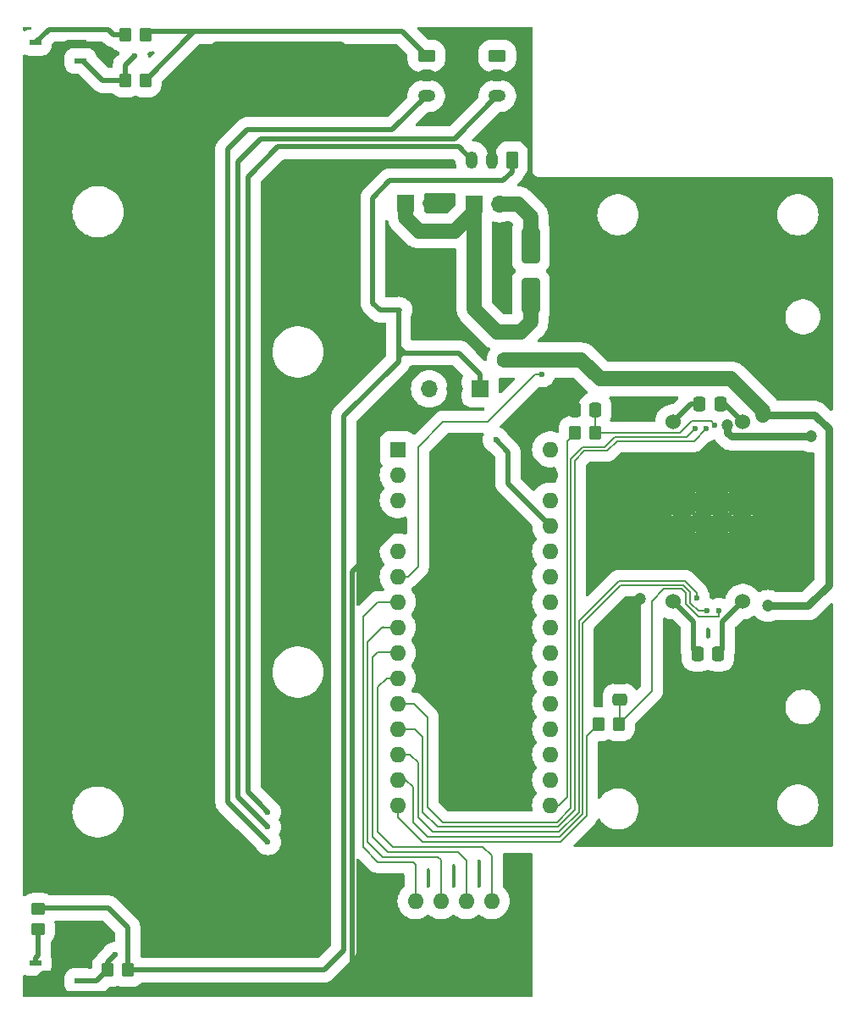
<source format=gbr>
%TF.GenerationSoftware,KiCad,Pcbnew,8.0.2*%
%TF.CreationDate,2024-10-27T19:27:45+01:00*%
%TF.ProjectId,CalkaBot_PCB,43616c6b-6142-46f7-945f-5043422e6b69,rev?*%
%TF.SameCoordinates,Original*%
%TF.FileFunction,Copper,L2,Bot*%
%TF.FilePolarity,Positive*%
%FSLAX46Y46*%
G04 Gerber Fmt 4.6, Leading zero omitted, Abs format (unit mm)*
G04 Created by KiCad (PCBNEW 8.0.2) date 2024-10-27 19:27:45*
%MOMM*%
%LPD*%
G01*
G04 APERTURE LIST*
G04 Aperture macros list*
%AMRoundRect*
0 Rectangle with rounded corners*
0 $1 Rounding radius*
0 $2 $3 $4 $5 $6 $7 $8 $9 X,Y pos of 4 corners*
0 Add a 4 corners polygon primitive as box body*
4,1,4,$2,$3,$4,$5,$6,$7,$8,$9,$2,$3,0*
0 Add four circle primitives for the rounded corners*
1,1,$1+$1,$2,$3*
1,1,$1+$1,$4,$5*
1,1,$1+$1,$6,$7*
1,1,$1+$1,$8,$9*
0 Add four rect primitives between the rounded corners*
20,1,$1+$1,$2,$3,$4,$5,0*
20,1,$1+$1,$4,$5,$6,$7,0*
20,1,$1+$1,$6,$7,$8,$9,0*
20,1,$1+$1,$8,$9,$2,$3,0*%
G04 Aperture macros list end*
%TA.AperFunction,HeatsinkPad*%
%ADD10C,0.700000*%
%TD*%
%TA.AperFunction,SMDPad,CuDef*%
%ADD11R,1.219200X0.558800*%
%TD*%
%TA.AperFunction,SMDPad,CuDef*%
%ADD12RoundRect,0.250000X-0.350000X-0.450000X0.350000X-0.450000X0.350000X0.450000X-0.350000X0.450000X0*%
%TD*%
%TA.AperFunction,SMDPad,CuDef*%
%ADD13RoundRect,0.250000X0.450000X-0.350000X0.450000X0.350000X-0.450000X0.350000X-0.450000X-0.350000X0*%
%TD*%
%TA.AperFunction,SMDPad,CuDef*%
%ADD14RoundRect,0.250000X0.350000X0.450000X-0.350000X0.450000X-0.350000X-0.450000X0.350000X-0.450000X0*%
%TD*%
%TA.AperFunction,ComponentPad*%
%ADD15O,1.600000X1.600000*%
%TD*%
%TA.AperFunction,ComponentPad*%
%ADD16R,1.600000X1.600000*%
%TD*%
%TA.AperFunction,ComponentPad*%
%ADD17C,1.524000*%
%TD*%
%TA.AperFunction,ComponentPad*%
%ADD18R,1.700000X1.700000*%
%TD*%
%TA.AperFunction,ComponentPad*%
%ADD19O,1.700000X1.700000*%
%TD*%
%TA.AperFunction,ComponentPad*%
%ADD20RoundRect,0.250000X-0.625000X0.350000X-0.625000X-0.350000X0.625000X-0.350000X0.625000X0.350000X0*%
%TD*%
%TA.AperFunction,ComponentPad*%
%ADD21O,1.750000X1.200000*%
%TD*%
%TA.AperFunction,ComponentPad*%
%ADD22RoundRect,0.250000X0.350000X0.625000X-0.350000X0.625000X-0.350000X-0.625000X0.350000X-0.625000X0*%
%TD*%
%TA.AperFunction,ComponentPad*%
%ADD23O,1.200000X1.750000*%
%TD*%
%TA.AperFunction,SMDPad,CuDef*%
%ADD24RoundRect,0.250000X-0.475000X0.337500X-0.475000X-0.337500X0.475000X-0.337500X0.475000X0.337500X0*%
%TD*%
%TA.AperFunction,SMDPad,CuDef*%
%ADD25RoundRect,0.250000X-0.337500X-0.475000X0.337500X-0.475000X0.337500X0.475000X-0.337500X0.475000X0*%
%TD*%
%TA.AperFunction,SMDPad,CuDef*%
%ADD26RoundRect,0.250000X0.337500X0.475000X-0.337500X0.475000X-0.337500X-0.475000X0.337500X-0.475000X0*%
%TD*%
%TA.AperFunction,SMDPad,CuDef*%
%ADD27RoundRect,0.250000X0.650000X-1.500000X0.650000X1.500000X-0.650000X1.500000X-0.650000X-1.500000X0*%
%TD*%
%TA.AperFunction,ViaPad*%
%ADD28C,0.600000*%
%TD*%
%TA.AperFunction,ViaPad*%
%ADD29C,1.200000*%
%TD*%
%TA.AperFunction,ViaPad*%
%ADD30C,1.600000*%
%TD*%
%TA.AperFunction,Conductor*%
%ADD31C,0.500000*%
%TD*%
%TA.AperFunction,Conductor*%
%ADD32C,0.800000*%
%TD*%
%TA.AperFunction,Conductor*%
%ADD33C,0.200000*%
%TD*%
%TA.AperFunction,Conductor*%
%ADD34C,1.500000*%
%TD*%
%TA.AperFunction,Conductor*%
%ADD35C,1.000000*%
%TD*%
G04 APERTURE END LIST*
D10*
%TO.P,CR1,21,GND*%
%TO.N,GND*%
X93415000Y-66000000D03*
X91415000Y-66000000D03*
X89415000Y-66000000D03*
X87415000Y-66000000D03*
X85415000Y-66000000D03*
X93415000Y-68000000D03*
X91415000Y-68000000D03*
X89415000Y-68000000D03*
X87415000Y-68000000D03*
X85415000Y-68000000D03*
X93415000Y-70000000D03*
X91415000Y-70000000D03*
X89415000Y-70000000D03*
X87415000Y-70000000D03*
X85415000Y-70000000D03*
%TD*%
D11*
%TO.P,Q2,1,1*%
%TO.N,Net-(Q2-Pad1)*%
X21752100Y-21098300D03*
%TO.P,Q2,2,2*%
%TO.N,GND*%
X21752100Y-22901700D03*
%TO.P,Q2,3,3*%
%TO.N,FLOOR_SENSOR_RIGHT*%
X26247900Y-22901700D03*
%TO.P,Q2,4,4*%
%TO.N,GND*%
X26247900Y-21098300D03*
%TD*%
D12*
%TO.P,R5,2*%
%TO.N,+5V*%
X32750000Y-20300000D03*
%TO.P,R5,1*%
%TO.N,Net-(Q2-Pad1)*%
X30750000Y-20300000D03*
%TD*%
D13*
%TO.P,R4,1*%
%TO.N,Net-(Q1-Pad1)*%
X22000000Y-109700000D03*
%TO.P,R4,2*%
%TO.N,+5V*%
X22000000Y-107700000D03*
%TD*%
D14*
%TO.P,R3,2*%
%TO.N,FLOOR_SENSOR_RIGHT*%
X30750000Y-24850000D03*
%TO.P,R3,1*%
%TO.N,+5V*%
X32750000Y-24850000D03*
%TD*%
%TO.P,R1,1*%
%TO.N,+5V*%
X31000000Y-113800000D03*
%TO.P,R1,2*%
%TO.N,FLOOR_SENSOR_LEFT*%
X29000000Y-113800000D03*
%TD*%
D11*
%TO.P,Q1,1,1*%
%TO.N,Net-(Q1-Pad1)*%
X21752100Y-113098300D03*
%TO.P,Q1,2,2*%
%TO.N,GND*%
X21752100Y-114901700D03*
%TO.P,Q1,3,3*%
%TO.N,FLOOR_SENSOR_LEFT*%
X26247900Y-114901700D03*
%TO.P,Q1,4,4*%
%TO.N,GND*%
X26247900Y-113098300D03*
%TD*%
D15*
%TO.P,A1,30,VIN*%
%TO.N,unconnected-(A1-VIN-Pad30)*%
X73230000Y-61750000D03*
%TO.P,A1,29,GND*%
%TO.N,GND*%
X73230000Y-64290000D03*
%TO.P,A1,28,~{RESET}*%
%TO.N,unconnected-(A1-~{RESET}-Pad28)*%
X73230000Y-66830000D03*
%TO.P,A1,27,+5V*%
%TO.N,+5V*%
X73230000Y-69370000D03*
%TO.P,A1,26,A7*%
%TO.N,unconnected-(A1-A7-Pad26)*%
X73230000Y-71910000D03*
%TO.P,A1,25,A6*%
%TO.N,unconnected-(A1-A6-Pad25)*%
X73230000Y-74450000D03*
%TO.P,A1,24,A5*%
%TO.N,Net-(A1-A5)*%
X73230000Y-76990000D03*
%TO.P,A1,23,A4*%
%TO.N,Net-(A1-A4)*%
X73230000Y-79530000D03*
%TO.P,A1,22,A3*%
%TO.N,Net-(A1-A3)*%
X73230000Y-82070000D03*
%TO.P,A1,21,A2*%
%TO.N,Net-(A1-A2)*%
X73230000Y-84610000D03*
%TO.P,A1,20,A1*%
%TO.N,FLOOR_SENSOR_RIGHT*%
X73230000Y-87150000D03*
%TO.P,A1,19,A0*%
%TO.N,FLOOR_SENSOR_LEFT*%
X73230000Y-89690000D03*
%TO.P,A1,18,AREF*%
%TO.N,unconnected-(A1-AREF-Pad18)*%
X73230000Y-92230000D03*
%TO.P,A1,17,3V3*%
%TO.N,unconnected-(A1-3V3-Pad17)*%
X73230000Y-94770000D03*
%TO.P,A1,16,D13*%
%TO.N,M_ENA*%
X73230000Y-97310000D03*
%TO.P,A1,15,D12*%
%TO.N,M_ENB*%
X57990000Y-97310000D03*
%TO.P,A1,14,D11*%
%TO.N,M_IN2B*%
X57990000Y-94770000D03*
%TO.P,A1,13,D10*%
%TO.N,M_IN1B*%
X57990000Y-92230000D03*
%TO.P,A1,12,D9*%
%TO.N,M_IN1A*%
X57990000Y-89690000D03*
%TO.P,A1,11,D8*%
%TO.N,M_IN2A*%
X57990000Y-87150000D03*
%TO.P,A1,10,D7*%
%TO.N,Net-(A1-D7)*%
X57990000Y-84610000D03*
%TO.P,A1,9,D6*%
%TO.N,Net-(A1-D6)*%
X57990000Y-82070000D03*
%TO.P,A1,8,D5*%
%TO.N,Net-(A1-D5)*%
X57990000Y-79530000D03*
%TO.P,A1,7,D4*%
%TO.N,Net-(A1-D4)*%
X57990000Y-76990000D03*
%TO.P,A1,6,D3*%
%TO.N,M_FRONT*%
X57990000Y-74450000D03*
%TO.P,A1,5,D2*%
%TO.N,START_MODULE*%
X57990000Y-71910000D03*
%TO.P,A1,4,GND*%
%TO.N,GND*%
X57990000Y-69370000D03*
%TO.P,A1,3,~{RESET}*%
%TO.N,unconnected-(A1-~{RESET}-Pad3)*%
X57990000Y-66830000D03*
%TO.P,A1,2,D0/RX*%
%TO.N,unconnected-(A1-D0{slash}RX-Pad2)*%
X57990000Y-64290000D03*
D16*
%TO.P,A1,1,D1/TX*%
%TO.N,unconnected-(A1-D1{slash}TX-Pad1)*%
X57990000Y-61750000D03*
%TD*%
D17*
%TO.P,M1,2,-*%
%TO.N,Net-(CR1-OUT1A)*%
X85500000Y-59000000D03*
%TO.P,M1,1,+*%
%TO.N,Net-(CR1-OUT2A)*%
X92500000Y-59000000D03*
%TD*%
D16*
%TO.P,SW1,1*%
%TO.N,GND*%
X59760000Y-114520000D03*
D15*
%TO.P,SW1,2*%
X62300000Y-114520000D03*
%TO.P,SW1,3*%
X64840000Y-114520000D03*
%TO.P,SW1,4*%
X67380000Y-114520000D03*
%TO.P,SW1,5*%
%TO.N,Net-(A1-D7)*%
X67380000Y-106900000D03*
%TO.P,SW1,6*%
%TO.N,Net-(A1-D6)*%
X64840000Y-106900000D03*
%TO.P,SW1,7*%
%TO.N,Net-(A1-D5)*%
X62300000Y-106900000D03*
%TO.P,SW1,8*%
%TO.N,Net-(A1-D4)*%
X59760000Y-106900000D03*
%TD*%
D18*
%TO.P,J4,1,Pin_1*%
%TO.N,MotorPower*%
X58762500Y-37187500D03*
D19*
%TO.P,J4,2,Pin_2*%
%TO.N,GND*%
X61302500Y-37187500D03*
%TD*%
D18*
%TO.P,J6,1,Pin_1*%
%TO.N,+5V*%
X66240000Y-55700000D03*
D19*
%TO.P,J6,2,Pin_2*%
%TO.N,GND*%
X63700000Y-55700000D03*
%TO.P,J6,3,Pin_3*%
%TO.N,START_MODULE*%
X61160000Y-55700000D03*
%TD*%
D14*
%TO.P,R7,1*%
%TO.N,Net-(CR1-ENB)*%
X80100000Y-89200000D03*
%TO.P,R7,2*%
%TO.N,M_ENB*%
X78100000Y-89200000D03*
%TD*%
D20*
%TO.P,J3,1,Pin_1*%
%TO.N,+5V*%
X67950000Y-22400000D03*
D21*
%TO.P,J3,2,Pin_2*%
%TO.N,GND*%
X67950000Y-24400000D03*
%TO.P,J3,3,Pin_3*%
%TO.N,Net-(A1-A3)*%
X67950000Y-26400000D03*
%TD*%
D22*
%TO.P,J1,1,Pin_1*%
%TO.N,+5V*%
X69400000Y-32800000D03*
D23*
%TO.P,J1,2,Pin_2*%
%TO.N,GND*%
X67400000Y-32800000D03*
%TO.P,J1,3,Pin_3*%
%TO.N,Net-(A1-A4)*%
X65400000Y-32800000D03*
%TD*%
D14*
%TO.P,R6,1*%
%TO.N,Net-(CR1-ENA)*%
X77700000Y-60100000D03*
%TO.P,R6,2*%
%TO.N,M_ENA*%
X75700000Y-60100000D03*
%TD*%
D24*
%TO.P,C6,1*%
%TO.N,GND*%
X80200000Y-84662500D03*
%TO.P,C6,2*%
%TO.N,Net-(CR1-ENB)*%
X80200000Y-86737500D03*
%TD*%
D18*
%TO.P,J5,1,Pin_1*%
%TO.N,MotorPower*%
X65625000Y-37200000D03*
D19*
%TO.P,J5,2,Pin_2*%
%TO.N,Net-(D3-A)*%
X68165000Y-37200000D03*
%TD*%
D20*
%TO.P,J2,1,Pin_1*%
%TO.N,+5V*%
X60850000Y-22400000D03*
D21*
%TO.P,J2,2,Pin_2*%
%TO.N,GND*%
X60850000Y-24400000D03*
%TO.P,J2,3,Pin_3*%
%TO.N,Net-(A1-A2)*%
X60850000Y-26400000D03*
%TD*%
D25*
%TO.P,C5,2*%
%TO.N,Net-(CR1-ENA)*%
X77737500Y-57800000D03*
%TO.P,C5,1*%
%TO.N,GND*%
X75662500Y-57800000D03*
%TD*%
%TO.P,C11,1*%
%TO.N,Net-(CR1-OUT1A)*%
X88162500Y-57200000D03*
%TO.P,C11,2*%
%TO.N,Net-(CR1-OUT2A)*%
X90237500Y-57200000D03*
%TD*%
D26*
%TO.P,C12,1*%
%TO.N,Net-(CR1-OUT2B)*%
X90037500Y-82200000D03*
%TO.P,C12,2*%
%TO.N,Net-(CR1-OUT1B)*%
X87962500Y-82200000D03*
%TD*%
D27*
%TO.P,D3,1,K*%
%TO.N,MotorPower*%
X71300000Y-46400000D03*
%TO.P,D3,2,A*%
%TO.N,Net-(D3-A)*%
X71300000Y-41400000D03*
%TD*%
D17*
%TO.P,M2,1,+*%
%TO.N,Net-(CR1-OUT1B)*%
X85500000Y-76956000D03*
%TO.P,M2,2,-*%
%TO.N,Net-(CR1-OUT2B)*%
X92500000Y-76956000D03*
%TD*%
D28*
%TO.N,FLOOR_SENSOR_RIGHT*%
X31700000Y-22400000D03*
%TO.N,FLOOR_SENSOR_LEFT*%
X29750000Y-112250000D03*
D29*
%TO.N,Net-(CR1-VCP)*%
X99350000Y-60450000D03*
X90950000Y-59350000D03*
%TO.N,GND*%
X82200000Y-76700000D03*
D28*
%TO.N,M_IN1B*%
X87900000Y-76600000D03*
%TO.N,M_IN2B*%
X88900000Y-77900000D03*
%TO.N,Net-(CR1-ENB)*%
X90100000Y-77900000D03*
%TO.N,M_IN1A*%
X88800000Y-59700000D03*
%TO.N,M_IN2A*%
X87700000Y-59700000D03*
%TO.N,Net-(CR1-ENA)*%
X89700000Y-59300000D03*
D29*
%TO.N,MotorPower*%
X95000000Y-77400000D03*
X94500000Y-58300000D03*
D28*
%TO.N,+5V*%
X67800000Y-60800000D03*
%TO.N,M_FRONT*%
X72400000Y-54250000D03*
%TO.N,+5V*%
X58062500Y-47800000D03*
D30*
%TO.N,MotorPower*%
X68700000Y-52800000D03*
D28*
%TO.N,Net-(A1-A2)*%
X45000000Y-101000000D03*
%TO.N,Net-(A1-A3)*%
X45000000Y-99500000D03*
%TO.N,Net-(A1-A4)*%
X45000000Y-98000000D03*
%TD*%
D31*
%TO.N,Net-(Q1-Pad1)*%
X21752100Y-112548300D02*
X21752100Y-113098300D01*
X22000000Y-109700000D02*
X22000000Y-112300400D01*
X22000000Y-112300400D02*
X21752100Y-112548300D01*
%TO.N,FLOOR_SENSOR_RIGHT*%
X30750000Y-23350000D02*
X30750000Y-24850000D01*
X31700000Y-22400000D02*
X30750000Y-23350000D01*
%TO.N,GND*%
X25750400Y-26900000D02*
X21752100Y-22901700D01*
X34100000Y-26900000D02*
X25750400Y-26900000D01*
X39800000Y-21200000D02*
X34100000Y-26900000D01*
X52300000Y-21200000D02*
X39800000Y-21200000D01*
X55500000Y-24400000D02*
X52300000Y-21200000D01*
X60850000Y-24400000D02*
X55500000Y-24400000D01*
%TO.N,+5V*%
X37600000Y-20000000D02*
X38500000Y-20000000D01*
X32750000Y-24850000D02*
X37600000Y-20000000D01*
X38500000Y-20000000D02*
X33050000Y-20000000D01*
X58450000Y-20000000D02*
X38500000Y-20000000D01*
%TO.N,FLOOR_SENSOR_RIGHT*%
X28450000Y-24850000D02*
X30750000Y-24850000D01*
X26501700Y-22901700D02*
X28450000Y-24850000D01*
X26247900Y-22901700D02*
X26501700Y-22901700D01*
%TO.N,GND*%
X26247900Y-21098300D02*
X24951700Y-21098300D01*
X24951700Y-21098300D02*
X23148300Y-22901700D01*
X23148300Y-22901700D02*
X21752100Y-22901700D01*
%TO.N,Net-(Q2-Pad1)*%
X23100400Y-19750000D02*
X21752100Y-21098300D01*
X29050000Y-19750000D02*
X23100400Y-19750000D01*
X29600000Y-20300000D02*
X29050000Y-19750000D01*
X30750000Y-20300000D02*
X29600000Y-20300000D01*
%TO.N,+5V*%
X33050000Y-20000000D02*
X32750000Y-20300000D01*
X60850000Y-22400000D02*
X58450000Y-20000000D01*
%TO.N,FLOOR_SENSOR_LEFT*%
X27898300Y-114901700D02*
X29000000Y-113800000D01*
X26247900Y-114901700D02*
X27898300Y-114901700D01*
%TO.N,GND*%
X25401700Y-113098300D02*
X26247900Y-113098300D01*
X24400000Y-114100000D02*
X25401700Y-113098300D01*
X22553800Y-114100000D02*
X24400000Y-114100000D01*
X21752100Y-114901700D02*
X22553800Y-114100000D01*
X58180000Y-116100000D02*
X22950400Y-116100000D01*
X22950400Y-116100000D02*
X21752100Y-114901700D01*
%TO.N,FLOOR_SENSOR_LEFT*%
X29000000Y-113000000D02*
X29000000Y-113800000D01*
X29750000Y-112250000D02*
X29000000Y-113000000D01*
%TO.N,+5V*%
X22100000Y-107600000D02*
X22000000Y-107700000D01*
X31000000Y-109550000D02*
X29050000Y-107600000D01*
X29050000Y-107600000D02*
X22100000Y-107600000D01*
X31000000Y-113800000D02*
X31000000Y-109550000D01*
%TO.N,GND*%
X59760000Y-114520000D02*
X58180000Y-116100000D01*
D32*
%TO.N,Net-(CR1-VCP)*%
X90950000Y-60050000D02*
X90950000Y-59350000D01*
X91350000Y-60450000D02*
X90950000Y-60050000D01*
X99350000Y-60450000D02*
X91350000Y-60450000D01*
D33*
%TO.N,Net-(CR1-ENA)*%
X87400000Y-58900000D02*
X86200000Y-60100000D01*
X89700000Y-59300000D02*
X89300000Y-58900000D01*
X86200000Y-60100000D02*
X77700000Y-60100000D01*
X89300000Y-58900000D02*
X87400000Y-58900000D01*
D32*
%TO.N,MotorPower*%
X101100000Y-59700000D02*
X99700000Y-58300000D01*
X101100000Y-75300000D02*
X101100000Y-59700000D01*
X99000000Y-77400000D02*
X101100000Y-75300000D01*
X95000000Y-77400000D02*
X99000000Y-77400000D01*
X99700000Y-58300000D02*
X94500000Y-58300000D01*
D33*
%TO.N,M_IN1A*%
X87600000Y-60900000D02*
X88800000Y-59700000D01*
X79900000Y-60900000D02*
X87600000Y-60900000D01*
X78900000Y-61900000D02*
X79900000Y-60900000D01*
X75700000Y-62865686D02*
X76665686Y-61900000D01*
X62000000Y-99500000D02*
X74000000Y-99500000D01*
X60500000Y-98000000D02*
X62000000Y-99500000D01*
X59690000Y-89690000D02*
X60500000Y-90500000D01*
X76665686Y-61900000D02*
X78900000Y-61900000D01*
X60500000Y-90500000D02*
X60500000Y-98000000D01*
X75700000Y-97800000D02*
X75700000Y-62865686D01*
X74000000Y-99500000D02*
X75700000Y-97800000D01*
X57990000Y-89690000D02*
X59690000Y-89690000D01*
%TO.N,M_IN2A*%
X86900000Y-60500000D02*
X87700000Y-59700000D01*
X79700000Y-60500000D02*
X86900000Y-60500000D01*
X76500000Y-61500000D02*
X78700000Y-61500000D01*
X73900000Y-99000000D02*
X75300000Y-97600000D01*
X75300000Y-97600000D02*
X75300000Y-62700000D01*
X61000000Y-97500000D02*
X62500000Y-99000000D01*
X75300000Y-62700000D02*
X76500000Y-61500000D01*
X61000000Y-88500000D02*
X61000000Y-97500000D01*
X78700000Y-61500000D02*
X79700000Y-60500000D01*
X59650000Y-87150000D02*
X61000000Y-88500000D01*
X57990000Y-87150000D02*
X59650000Y-87150000D01*
X62500000Y-99000000D02*
X73900000Y-99000000D01*
%TO.N,GND*%
X71200000Y-62260000D02*
X73230000Y-64290000D01*
X71200000Y-59500000D02*
X71200000Y-62260000D01*
D31*
%TO.N,+5V*%
X69000000Y-65140000D02*
X73230000Y-69370000D01*
X69000000Y-62000000D02*
X69000000Y-65140000D01*
X67800000Y-60800000D02*
X69000000Y-62000000D01*
D33*
%TO.N,GND*%
X72900000Y-57800000D02*
X71200000Y-59500000D01*
X75662500Y-57800000D02*
X72900000Y-57800000D01*
%TO.N,Net-(CR1-ENA)*%
X77737500Y-60062500D02*
X77737500Y-57800000D01*
X77700000Y-60100000D02*
X77737500Y-60062500D01*
%TO.N,GND*%
X80200000Y-78700000D02*
X82200000Y-76700000D01*
X80200000Y-84662500D02*
X80200000Y-78700000D01*
%TO.N,Net-(CR1-ENB)*%
X80200000Y-89100000D02*
X80200000Y-86737500D01*
X80100000Y-89200000D02*
X80200000Y-89100000D01*
%TO.N,M_IN1B*%
X87415686Y-75584314D02*
X87900000Y-76068628D01*
X86731372Y-74900000D02*
X87415686Y-75584314D01*
X87900000Y-76068628D02*
X87900000Y-76600000D01*
X86300000Y-74900000D02*
X86731372Y-74900000D01*
X80100000Y-74900000D02*
X86300000Y-74900000D01*
X76100000Y-98000000D02*
X76100000Y-78900000D01*
X76100000Y-78900000D02*
X80100000Y-74900000D01*
X74100000Y-100000000D02*
X76100000Y-98000000D01*
X61500000Y-100000000D02*
X74100000Y-100000000D01*
X60000000Y-98500000D02*
X61500000Y-100000000D01*
X59230000Y-92230000D02*
X60000000Y-93000000D01*
X60000000Y-93000000D02*
X60000000Y-98500000D01*
X57990000Y-92230000D02*
X59230000Y-92230000D01*
%TO.N,M_IN2B*%
X87232843Y-77067157D02*
X88065686Y-77900000D01*
X87232843Y-75967157D02*
X87232843Y-77067157D01*
X80300000Y-75300000D02*
X86565686Y-75300000D01*
X76500000Y-79100000D02*
X80300000Y-75300000D01*
X76500000Y-98200000D02*
X76500000Y-79100000D01*
X88065686Y-77900000D02*
X88900000Y-77900000D01*
X74200000Y-100500000D02*
X76500000Y-98200000D01*
X61000000Y-100500000D02*
X74200000Y-100500000D01*
X59500000Y-95500000D02*
X59500000Y-99000000D01*
X58770000Y-94770000D02*
X59500000Y-95500000D01*
X57990000Y-94770000D02*
X58770000Y-94770000D01*
X86565686Y-75300000D02*
X87232843Y-75967157D01*
X59500000Y-99000000D02*
X61000000Y-100500000D01*
%TO.N,Net-(CR1-ENB)*%
X90100000Y-78500000D02*
X90100000Y-77900000D01*
X88100000Y-78500000D02*
X90100000Y-78500000D01*
X86800000Y-76100000D02*
X86800000Y-77200000D01*
X84600000Y-75700000D02*
X86400000Y-75700000D01*
X86400000Y-75700000D02*
X86800000Y-76100000D01*
X83400000Y-76900000D02*
X84600000Y-75700000D01*
X86800000Y-77200000D02*
X88100000Y-78500000D01*
D31*
%TO.N,Net-(CR1-OUT2B)*%
X90456000Y-81781500D02*
X90037500Y-82200000D01*
X90456000Y-79000000D02*
X90456000Y-81781500D01*
%TO.N,Net-(CR1-OUT1B)*%
X87544000Y-81781500D02*
X87962500Y-82200000D01*
X87544000Y-79000000D02*
X87544000Y-81781500D01*
D33*
%TO.N,Net-(CR1-ENB)*%
X83400000Y-85900000D02*
X83400000Y-76900000D01*
X80100000Y-89200000D02*
X83400000Y-85900000D01*
%TO.N,M_ENB*%
X76900000Y-90400000D02*
X78100000Y-89200000D01*
X76900000Y-98400000D02*
X76900000Y-90400000D01*
X74300000Y-101000000D02*
X60500000Y-101000000D01*
X57990000Y-98490000D02*
X57990000Y-97310000D01*
X76900000Y-98400000D02*
X74300000Y-101000000D01*
X60500000Y-101000000D02*
X57990000Y-98490000D01*
%TO.N,M_ENA*%
X74900000Y-60900000D02*
X75700000Y-60100000D01*
X74090000Y-97310000D02*
X74900000Y-96500000D01*
X74900000Y-96500000D02*
X74900000Y-60900000D01*
X73230000Y-97310000D02*
X74090000Y-97310000D01*
D34*
%TO.N,MotorPower*%
X94500000Y-57900000D02*
X94500000Y-58300000D01*
X94000000Y-57400000D02*
X94500000Y-57900000D01*
X91300000Y-54700000D02*
X94000000Y-57400000D01*
X78200000Y-54700000D02*
X91300000Y-54700000D01*
X76300000Y-52800000D02*
X78200000Y-54700000D01*
X68700000Y-52800000D02*
X76300000Y-52800000D01*
D33*
%TO.N,M_FRONT*%
X60000000Y-73500000D02*
X59050000Y-74450000D01*
X60000000Y-61500000D02*
X60000000Y-73500000D01*
X62500000Y-59000000D02*
X60000000Y-61500000D01*
X59050000Y-74450000D02*
X57990000Y-74450000D01*
X72400000Y-54250000D02*
X71750000Y-54250000D01*
X71750000Y-54250000D02*
X67000000Y-59000000D01*
X67000000Y-59000000D02*
X62500000Y-59000000D01*
D34*
%TO.N,Net-(D3-A)*%
X71300000Y-38500000D02*
X71300000Y-41400000D01*
X70000000Y-37200000D02*
X71300000Y-38500000D01*
X68165000Y-37200000D02*
X70000000Y-37200000D01*
%TO.N,MotorPower*%
X71300000Y-49000000D02*
X71300000Y-46400000D01*
X65625000Y-37200000D02*
X65625000Y-47725000D01*
X65625000Y-47725000D02*
X67900000Y-50000000D01*
X67900000Y-50000000D02*
X70300000Y-50000000D01*
X70300000Y-50000000D02*
X71300000Y-49000000D01*
D31*
%TO.N,+5V*%
X68500000Y-34900000D02*
X69400000Y-34000000D01*
X69400000Y-34000000D02*
X69400000Y-32800000D01*
X55500000Y-36600000D02*
X57200000Y-34900000D01*
X55500000Y-47100000D02*
X55500000Y-36600000D01*
X56200000Y-47800000D02*
X55500000Y-47100000D01*
X57200000Y-34900000D02*
X68500000Y-34900000D01*
X58062500Y-47800000D02*
X56200000Y-47800000D01*
D34*
%TO.N,MotorPower*%
X58762500Y-38562500D02*
X58762500Y-37187500D01*
X60100000Y-39900000D02*
X58762500Y-38562500D01*
X63700000Y-39900000D02*
X60100000Y-39900000D01*
X65625000Y-37975000D02*
X63700000Y-39900000D01*
D35*
X65625000Y-37200000D02*
X65625000Y-37975000D01*
D33*
%TO.N,GND*%
X59080000Y-115200000D02*
X59760000Y-114520000D01*
D31*
X59760000Y-114520000D02*
X54620000Y-114520000D01*
X53400000Y-113300000D02*
X53400000Y-73960000D01*
X54620000Y-114520000D02*
X53400000Y-113300000D01*
X53400000Y-73960000D02*
X57990000Y-69370000D01*
%TO.N,+5V*%
X58062500Y-47800000D02*
X58062500Y-51500000D01*
X58062500Y-51500000D02*
X58662500Y-52100000D01*
X58462500Y-52100000D02*
X58062500Y-52500000D01*
X66240000Y-54240000D02*
X66240000Y-55700000D01*
X58062500Y-47800000D02*
X58062500Y-52500000D01*
X58062500Y-47800000D02*
X58200000Y-47800000D01*
X58662500Y-52100000D02*
X58462500Y-52100000D01*
X64100000Y-52100000D02*
X66240000Y-54240000D01*
X58662500Y-52100000D02*
X64100000Y-52100000D01*
D33*
%TO.N,Net-(A1-D6)*%
X64000000Y-102000000D02*
X57000000Y-102000000D01*
X56000000Y-82000000D02*
X57920000Y-82000000D01*
X55500000Y-100500000D02*
X55500000Y-82500000D01*
X64840000Y-102840000D02*
X64000000Y-102000000D01*
X57920000Y-82000000D02*
X57990000Y-82070000D01*
X57000000Y-102000000D02*
X55500000Y-100500000D01*
X64840000Y-106900000D02*
X64840000Y-102840000D01*
X55500000Y-82500000D02*
X56000000Y-82000000D01*
%TO.N,Net-(A1-D4)*%
X56010000Y-76990000D02*
X57990000Y-76990000D01*
X54500000Y-101500000D02*
X54500000Y-78500000D01*
X59760000Y-103260000D02*
X59500000Y-103000000D01*
X59760000Y-106900000D02*
X59760000Y-103260000D01*
X59500000Y-103000000D02*
X56000000Y-103000000D01*
X56000000Y-103000000D02*
X54500000Y-101500000D01*
X54500000Y-78500000D02*
X56010000Y-76990000D01*
%TO.N,Net-(A1-D7)*%
X57500000Y-101500000D02*
X56000000Y-100000000D01*
X66500000Y-101500000D02*
X57500000Y-101500000D01*
X67380000Y-102380000D02*
X66500000Y-101500000D01*
X56890000Y-84610000D02*
X57990000Y-84610000D01*
X56000000Y-100000000D02*
X56000000Y-85500000D01*
X67380000Y-106900000D02*
X67380000Y-102380000D01*
X56000000Y-85500000D02*
X56890000Y-84610000D01*
%TO.N,Net-(A1-D5)*%
X62300000Y-102800000D02*
X62000000Y-102500000D01*
X56500000Y-79500000D02*
X56530000Y-79530000D01*
X55000000Y-101000000D02*
X55000000Y-81000000D01*
X56500000Y-102500000D02*
X55000000Y-101000000D01*
X55000000Y-81000000D02*
X56500000Y-79500000D01*
X56530000Y-79530000D02*
X57990000Y-79530000D01*
X62300000Y-106900000D02*
X62300000Y-102800000D01*
X62000000Y-102500000D02*
X56500000Y-102500000D01*
D31*
%TO.N,Net-(A1-A2)*%
X57450000Y-29800000D02*
X60850000Y-26400000D01*
X45000000Y-101000000D02*
X41000000Y-97000000D01*
X42900000Y-29800000D02*
X57450000Y-29800000D01*
X41000000Y-97000000D02*
X41000000Y-31700000D01*
X41000000Y-31700000D02*
X42900000Y-29800000D01*
%TO.N,Net-(A1-A3)*%
X42000000Y-33000000D02*
X44300000Y-30700000D01*
X63650000Y-30700000D02*
X67950000Y-26400000D01*
X44300000Y-30700000D02*
X63650000Y-30700000D01*
X42000000Y-96500000D02*
X42000000Y-33000000D01*
X45000000Y-99500000D02*
X42000000Y-96500000D01*
%TO.N,Net-(CR1-OUT2A)*%
X92500000Y-59000000D02*
X90700000Y-57200000D01*
X90700000Y-57200000D02*
X90237500Y-57200000D01*
%TO.N,Net-(CR1-OUT2B)*%
X90456000Y-79000000D02*
X92500000Y-76956000D01*
%TO.N,Net-(CR1-OUT1B)*%
X85500000Y-76956000D02*
X87544000Y-79000000D01*
%TO.N,Net-(CR1-OUT1A)*%
X87300000Y-57200000D02*
X88162500Y-57200000D01*
X85500000Y-59000000D02*
X87300000Y-57200000D01*
%TO.N,Net-(A1-A4)*%
X43000000Y-34500000D02*
X43000000Y-96000000D01*
X65400000Y-32800000D02*
X64100000Y-31500000D01*
X64100000Y-31500000D02*
X46000000Y-31500000D01*
X46000000Y-31500000D02*
X43000000Y-34500000D01*
X44000000Y-97000000D02*
X45000000Y-98000000D01*
X43000000Y-96000000D02*
X44000000Y-97000000D01*
%TO.N,+5V*%
X52600000Y-111800000D02*
X52600000Y-58400000D01*
X58062500Y-52937500D02*
X58062500Y-52500000D01*
X31000000Y-113800000D02*
X50600000Y-113800000D01*
X50600000Y-113800000D02*
X52600000Y-111800000D01*
X52600000Y-58400000D02*
X58062500Y-52937500D01*
%TD*%
%TA.AperFunction,Conductor*%
%TO.N,GND*%
G36*
X71425000Y-102120462D02*
G01*
X71479538Y-102175000D01*
X71499500Y-102249500D01*
X71499500Y-116350500D01*
X71479538Y-116425000D01*
X71425000Y-116479538D01*
X71350500Y-116499500D01*
X20649500Y-116499500D01*
X20575000Y-116479538D01*
X20520462Y-116425000D01*
X20500500Y-116350500D01*
X20500500Y-114417054D01*
X20520462Y-114342554D01*
X20575000Y-114288016D01*
X20649500Y-114268054D01*
X20718483Y-114284985D01*
X20769451Y-114311609D01*
X20965082Y-114367586D01*
X21084463Y-114378200D01*
X22419736Y-114378199D01*
X22539118Y-114367586D01*
X22734749Y-114311609D01*
X22915107Y-114217398D01*
X23072809Y-114088809D01*
X23201398Y-113931107D01*
X23295609Y-113750749D01*
X23351586Y-113555118D01*
X23362200Y-113435737D01*
X23362199Y-112760864D01*
X23351586Y-112641482D01*
X23295609Y-112445851D01*
X23271920Y-112400500D01*
X23267432Y-112391907D01*
X23250500Y-112322922D01*
X23250500Y-111079690D01*
X23270462Y-111005190D01*
X23294142Y-110974331D01*
X23413816Y-110854657D01*
X23413819Y-110854654D01*
X23542007Y-110669626D01*
X23570628Y-110606613D01*
X23635095Y-110464687D01*
X23635381Y-110463549D01*
X23690096Y-110246412D01*
X23700500Y-110114217D01*
X23700499Y-109285784D01*
X23690096Y-109153588D01*
X23660442Y-109035904D01*
X23661596Y-108958787D01*
X23701155Y-108892577D01*
X23768519Y-108855016D01*
X23804926Y-108850500D01*
X28470308Y-108850500D01*
X28544808Y-108870462D01*
X28575667Y-108894141D01*
X29705859Y-110024333D01*
X29744423Y-110091128D01*
X29749500Y-110129692D01*
X29749500Y-110808042D01*
X29729538Y-110882542D01*
X29675000Y-110937080D01*
X29613487Y-110956475D01*
X29523306Y-110964365D01*
X29303507Y-111023260D01*
X29303506Y-111023260D01*
X29303504Y-111023261D01*
X29097266Y-111119432D01*
X29097263Y-111119434D01*
X29097261Y-111119435D01*
X29097258Y-111119437D01*
X28910862Y-111249951D01*
X28749951Y-111410862D01*
X28619432Y-111597264D01*
X28619428Y-111597271D01*
X28617574Y-111601248D01*
X28587898Y-111643626D01*
X28046168Y-112185358D01*
X27970797Y-112289095D01*
X27935110Y-112323990D01*
X27845348Y-112386179D01*
X27686182Y-112545344D01*
X27557991Y-112730376D01*
X27464904Y-112935312D01*
X27409903Y-113153593D01*
X27399500Y-113285789D01*
X27399500Y-113502200D01*
X27379538Y-113576700D01*
X27325000Y-113631238D01*
X27250500Y-113651200D01*
X27121470Y-113651200D01*
X27080480Y-113645451D01*
X27034922Y-113632415D01*
X27034921Y-113632414D01*
X27034918Y-113632414D01*
X26915537Y-113621800D01*
X26915530Y-113621800D01*
X25580269Y-113621800D01*
X25520573Y-113627107D01*
X25460882Y-113632414D01*
X25460879Y-113632414D01*
X25460877Y-113632415D01*
X25265249Y-113688391D01*
X25084891Y-113782603D01*
X25084886Y-113782606D01*
X24927195Y-113911186D01*
X24927186Y-113911195D01*
X24798606Y-114068886D01*
X24798603Y-114068891D01*
X24704391Y-114249249D01*
X24648415Y-114444877D01*
X24648414Y-114444882D01*
X24637800Y-114564263D01*
X24637800Y-114564268D01*
X24637800Y-114564269D01*
X24637800Y-115239130D01*
X24637801Y-115239136D01*
X24648414Y-115358518D01*
X24648414Y-115358521D01*
X24648415Y-115358522D01*
X24704391Y-115554150D01*
X24798603Y-115734508D01*
X24798606Y-115734513D01*
X24927186Y-115892204D01*
X24927195Y-115892213D01*
X25084886Y-116020793D01*
X25084889Y-116020794D01*
X25084893Y-116020798D01*
X25265251Y-116115009D01*
X25460882Y-116170986D01*
X25580263Y-116181600D01*
X26915536Y-116181599D01*
X27034918Y-116170986D01*
X27080480Y-116157948D01*
X27121470Y-116152200D01*
X27996712Y-116152200D01*
X27996717Y-116152200D01*
X28191126Y-116121409D01*
X28378326Y-116060584D01*
X28553705Y-115971224D01*
X28712946Y-115855528D01*
X29024333Y-115544139D01*
X29091128Y-115505576D01*
X29129692Y-115500499D01*
X29414209Y-115500499D01*
X29414216Y-115500499D01*
X29546412Y-115490096D01*
X29764683Y-115435096D01*
X29764684Y-115435095D01*
X29764686Y-115435095D01*
X29938380Y-115356200D01*
X30014466Y-115343565D01*
X30061620Y-115356200D01*
X30235313Y-115435095D01*
X30235317Y-115435096D01*
X30453588Y-115490096D01*
X30585783Y-115500500D01*
X31414216Y-115500499D01*
X31546412Y-115490096D01*
X31764683Y-115435096D01*
X31764682Y-115435096D01*
X31764687Y-115435095D01*
X31933267Y-115358522D01*
X31969626Y-115342007D01*
X32154654Y-115213819D01*
X32274332Y-115094141D01*
X32341127Y-115055577D01*
X32379691Y-115050500D01*
X50698412Y-115050500D01*
X50698417Y-115050500D01*
X50892826Y-115019709D01*
X51080026Y-114958884D01*
X51255405Y-114869524D01*
X51414646Y-114753828D01*
X53553828Y-112614646D01*
X53669524Y-112455405D01*
X53758884Y-112280026D01*
X53819709Y-112092826D01*
X53850500Y-111898417D01*
X53850500Y-111701584D01*
X53850500Y-102766559D01*
X53870462Y-102692059D01*
X53925000Y-102637521D01*
X53999500Y-102617559D01*
X54074000Y-102637521D01*
X54104854Y-102661196D01*
X55283072Y-103839414D01*
X55423212Y-103941232D01*
X55577554Y-104019873D01*
X55742299Y-104073402D01*
X55913389Y-104100500D01*
X56086610Y-104100500D01*
X58510500Y-104100500D01*
X58585000Y-104120462D01*
X58639538Y-104175000D01*
X58659500Y-104249500D01*
X58659500Y-105399936D01*
X58639538Y-105474436D01*
X58611846Y-105509161D01*
X58436438Y-105671914D01*
X58268189Y-105882892D01*
X58268184Y-105882900D01*
X58133257Y-106116601D01*
X58133255Y-106116606D01*
X58034665Y-106367805D01*
X58034663Y-106367812D01*
X57974618Y-106630886D01*
X57974615Y-106630909D01*
X57954451Y-106899994D01*
X57954451Y-106900005D01*
X57974615Y-107169090D01*
X57974618Y-107169113D01*
X58034663Y-107432187D01*
X58034665Y-107432194D01*
X58133255Y-107683393D01*
X58133257Y-107683398D01*
X58268185Y-107917102D01*
X58436439Y-108128085D01*
X58634259Y-108311635D01*
X58857226Y-108463651D01*
X59100359Y-108580738D01*
X59358228Y-108660280D01*
X59625071Y-108700500D01*
X59625074Y-108700500D01*
X59894926Y-108700500D01*
X59894929Y-108700500D01*
X60161772Y-108660280D01*
X60419641Y-108580738D01*
X60662775Y-108463651D01*
X60885741Y-108311635D01*
X60903575Y-108295087D01*
X60928654Y-108271818D01*
X60996844Y-108235778D01*
X61073918Y-108238661D01*
X61131346Y-108271818D01*
X61174255Y-108311632D01*
X61174257Y-108311633D01*
X61174259Y-108311635D01*
X61397226Y-108463651D01*
X61640359Y-108580738D01*
X61898228Y-108660280D01*
X62165071Y-108700500D01*
X62165074Y-108700500D01*
X62434926Y-108700500D01*
X62434929Y-108700500D01*
X62701772Y-108660280D01*
X62959641Y-108580738D01*
X63202775Y-108463651D01*
X63425741Y-108311635D01*
X63443575Y-108295087D01*
X63468654Y-108271818D01*
X63536844Y-108235778D01*
X63613918Y-108238661D01*
X63671346Y-108271818D01*
X63714255Y-108311632D01*
X63714257Y-108311633D01*
X63714259Y-108311635D01*
X63937226Y-108463651D01*
X64180359Y-108580738D01*
X64438228Y-108660280D01*
X64705071Y-108700500D01*
X64705074Y-108700500D01*
X64974926Y-108700500D01*
X64974929Y-108700500D01*
X65241772Y-108660280D01*
X65499641Y-108580738D01*
X65742775Y-108463651D01*
X65965741Y-108311635D01*
X65983575Y-108295087D01*
X66008654Y-108271818D01*
X66076844Y-108235778D01*
X66153918Y-108238661D01*
X66211346Y-108271818D01*
X66254255Y-108311632D01*
X66254257Y-108311633D01*
X66254259Y-108311635D01*
X66477226Y-108463651D01*
X66720359Y-108580738D01*
X66978228Y-108660280D01*
X67245071Y-108700500D01*
X67245074Y-108700500D01*
X67514926Y-108700500D01*
X67514929Y-108700500D01*
X67781772Y-108660280D01*
X68039641Y-108580738D01*
X68282775Y-108463651D01*
X68505741Y-108311635D01*
X68703561Y-108128085D01*
X68871815Y-107917102D01*
X69006743Y-107683398D01*
X69105334Y-107432195D01*
X69165383Y-107169103D01*
X69185549Y-106900000D01*
X69165383Y-106630897D01*
X69165381Y-106630891D01*
X69165381Y-106630886D01*
X69105336Y-106367812D01*
X69105334Y-106367805D01*
X69090315Y-106329538D01*
X69006743Y-106116602D01*
X68871815Y-105882898D01*
X68836063Y-105838067D01*
X68703561Y-105671914D01*
X68528154Y-105509161D01*
X68487120Y-105443855D01*
X68480500Y-105399936D01*
X68480500Y-102293391D01*
X68479271Y-102285634D01*
X68477240Y-102272806D01*
X68485303Y-102196101D01*
X68530639Y-102133704D01*
X68601099Y-102102334D01*
X68624406Y-102100500D01*
X71350500Y-102100500D01*
X71425000Y-102120462D01*
G37*
%TD.AperFunction*%
%TA.AperFunction,Conductor*%
G36*
X71425000Y-19520462D02*
G01*
X71479538Y-19575000D01*
X71499500Y-19649500D01*
X71499500Y-34065892D01*
X71533608Y-34193186D01*
X71558623Y-34236514D01*
X71599497Y-34307310D01*
X71599498Y-34307311D01*
X71599500Y-34307314D01*
X71692686Y-34400500D01*
X71806814Y-34466392D01*
X71934108Y-34500500D01*
X72065892Y-34500500D01*
X101350500Y-34500500D01*
X101425000Y-34520462D01*
X101479538Y-34575000D01*
X101499500Y-34649500D01*
X101499500Y-57759176D01*
X101479538Y-57833676D01*
X101425000Y-57888214D01*
X101350500Y-57908176D01*
X101276000Y-57888214D01*
X101245141Y-57864535D01*
X100768244Y-57387638D01*
X100768242Y-57387635D01*
X100612365Y-57231758D01*
X100470363Y-57128588D01*
X100434024Y-57102186D01*
X100434023Y-57102185D01*
X100237608Y-57002105D01*
X100027956Y-56933986D01*
X100027957Y-56933986D01*
X100027951Y-56933985D01*
X99810222Y-56899499D01*
X99589778Y-56899499D01*
X99583635Y-56899499D01*
X99583611Y-56899500D01*
X96012225Y-56899500D01*
X95937725Y-56879538D01*
X95894016Y-56841206D01*
X95847149Y-56780128D01*
X95847147Y-56780126D01*
X95818920Y-56743339D01*
X92456662Y-53381081D01*
X92332974Y-53286172D01*
X92332973Y-53286171D01*
X92274615Y-53241391D01*
X92256863Y-53231142D01*
X92149104Y-53168927D01*
X92075892Y-53126658D01*
X92075890Y-53126657D01*
X92075888Y-53126656D01*
X91863887Y-53038842D01*
X91835758Y-53031305D01*
X91642240Y-52979452D01*
X91633416Y-52978290D01*
X91615771Y-52975967D01*
X91615769Y-52975966D01*
X91414738Y-52949500D01*
X91414734Y-52949500D01*
X78986799Y-52949500D01*
X78912299Y-52929538D01*
X78881440Y-52905859D01*
X77456658Y-51481077D01*
X77350343Y-51399500D01*
X77350342Y-51399499D01*
X77274615Y-51341391D01*
X77075892Y-51226658D01*
X77075890Y-51226657D01*
X77075888Y-51226656D01*
X77009786Y-51199275D01*
X76863884Y-51138840D01*
X76790814Y-51119262D01*
X76790813Y-51119262D01*
X76642240Y-51079452D01*
X76633416Y-51078290D01*
X76615771Y-51075967D01*
X76615769Y-51075966D01*
X76414738Y-51049500D01*
X76414734Y-51049500D01*
X72085799Y-51049500D01*
X72011299Y-51029538D01*
X71956761Y-50975000D01*
X71936799Y-50900500D01*
X71956761Y-50826000D01*
X71980440Y-50795141D01*
X72277691Y-50497890D01*
X72618920Y-50156661D01*
X72723608Y-50020228D01*
X72758611Y-49974612D01*
X72870913Y-49780097D01*
X72872971Y-49776789D01*
X72873345Y-49775887D01*
X72961158Y-49563886D01*
X73020549Y-49342239D01*
X73050500Y-49114733D01*
X73050500Y-48885266D01*
X73050500Y-48533180D01*
X73057684Y-48499994D01*
X96744592Y-48499994D01*
X96744592Y-48500005D01*
X96764196Y-48761617D01*
X96764199Y-48761637D01*
X96822578Y-49017411D01*
X96822579Y-49017415D01*
X96906291Y-49230708D01*
X96918432Y-49261643D01*
X97049614Y-49488857D01*
X97049618Y-49488862D01*
X97213197Y-49693984D01*
X97405515Y-49872428D01*
X97405517Y-49872429D01*
X97405521Y-49872433D01*
X97622296Y-50020228D01*
X97858677Y-50134063D01*
X98015869Y-50182550D01*
X98109381Y-50211395D01*
X98109382Y-50211395D01*
X98109385Y-50211396D01*
X98368818Y-50250500D01*
X98368820Y-50250500D01*
X98631180Y-50250500D01*
X98631182Y-50250500D01*
X98890615Y-50211396D01*
X99141323Y-50134063D01*
X99377704Y-50020228D01*
X99594479Y-49872433D01*
X99786805Y-49693981D01*
X99950386Y-49488857D01*
X100081568Y-49261643D01*
X100177420Y-49017416D01*
X100235802Y-48761630D01*
X100236387Y-48753824D01*
X100255408Y-48500005D01*
X100255408Y-48499994D01*
X100235803Y-48238382D01*
X100235802Y-48238380D01*
X100235802Y-48238370D01*
X100177420Y-47982584D01*
X100081568Y-47738357D01*
X99950386Y-47511143D01*
X99786805Y-47306019D01*
X99786802Y-47306015D01*
X99594484Y-47127571D01*
X99594481Y-47127569D01*
X99594479Y-47127567D01*
X99377704Y-46979772D01*
X99377701Y-46979771D01*
X99377699Y-46979769D01*
X99141332Y-46865941D01*
X99141328Y-46865939D01*
X99141323Y-46865937D01*
X99141315Y-46865934D01*
X99141311Y-46865933D01*
X98890618Y-46788604D01*
X98631184Y-46749500D01*
X98631182Y-46749500D01*
X98368818Y-46749500D01*
X98368815Y-46749500D01*
X98109381Y-46788604D01*
X97858688Y-46865933D01*
X97858667Y-46865941D01*
X97622300Y-46979769D01*
X97405515Y-47127571D01*
X97213197Y-47306015D01*
X97049618Y-47511137D01*
X97049613Y-47511145D01*
X96918432Y-47738356D01*
X96918430Y-47738361D01*
X96822579Y-47982584D01*
X96822578Y-47982588D01*
X96764199Y-48238362D01*
X96764196Y-48238382D01*
X96744592Y-48499994D01*
X73057684Y-48499994D01*
X73063839Y-48471560D01*
X73093686Y-48405849D01*
X73135096Y-48314683D01*
X73190096Y-48096412D01*
X73200500Y-47964217D01*
X73200499Y-44835784D01*
X73190096Y-44703588D01*
X73135096Y-44485317D01*
X73135095Y-44485312D01*
X73042008Y-44280376D01*
X73042007Y-44280374D01*
X72913819Y-44095346D01*
X72823832Y-44005359D01*
X72785268Y-43938564D01*
X72785268Y-43861436D01*
X72823832Y-43794641D01*
X72913819Y-43704654D01*
X73042007Y-43519626D01*
X73070628Y-43456613D01*
X73135095Y-43314687D01*
X73135381Y-43313549D01*
X73190096Y-43096412D01*
X73200500Y-42964217D01*
X73200499Y-39835784D01*
X73190096Y-39703588D01*
X73135096Y-39485317D01*
X73135095Y-39485313D01*
X73063839Y-39328438D01*
X73050500Y-39266818D01*
X73050500Y-38385266D01*
X73041544Y-38317239D01*
X73039275Y-38300000D01*
X77944709Y-38300000D01*
X77963852Y-38579862D01*
X78020925Y-38854511D01*
X78114864Y-39118830D01*
X78243919Y-39367896D01*
X78405688Y-39597069D01*
X78547945Y-39749390D01*
X78597151Y-39802077D01*
X78597163Y-39802088D01*
X78638590Y-39835791D01*
X78814754Y-39979111D01*
X79054432Y-40124862D01*
X79311725Y-40236620D01*
X79581839Y-40312303D01*
X79859742Y-40350500D01*
X79859743Y-40350500D01*
X80140257Y-40350500D01*
X80140258Y-40350500D01*
X80418161Y-40312303D01*
X80688275Y-40236620D01*
X80945568Y-40124862D01*
X81185246Y-39979111D01*
X81402845Y-39802081D01*
X81594312Y-39597069D01*
X81756081Y-39367896D01*
X81885136Y-39118830D01*
X81979075Y-38854511D01*
X82036148Y-38579862D01*
X82055291Y-38300000D01*
X95944709Y-38300000D01*
X95963852Y-38579862D01*
X96020925Y-38854511D01*
X96114864Y-39118830D01*
X96243919Y-39367896D01*
X96405688Y-39597069D01*
X96547945Y-39749390D01*
X96597151Y-39802077D01*
X96597163Y-39802088D01*
X96638590Y-39835791D01*
X96814754Y-39979111D01*
X97054432Y-40124862D01*
X97311725Y-40236620D01*
X97581839Y-40312303D01*
X97859742Y-40350500D01*
X97859743Y-40350500D01*
X98140257Y-40350500D01*
X98140258Y-40350500D01*
X98418161Y-40312303D01*
X98688275Y-40236620D01*
X98945568Y-40124862D01*
X99185246Y-39979111D01*
X99402845Y-39802081D01*
X99594312Y-39597069D01*
X99756081Y-39367896D01*
X99885136Y-39118830D01*
X99979075Y-38854511D01*
X100036148Y-38579862D01*
X100055291Y-38300000D01*
X100036148Y-38020138D01*
X99979075Y-37745489D01*
X99885136Y-37481170D01*
X99756081Y-37232104D01*
X99594312Y-37002931D01*
X99402845Y-36797919D01*
X99402842Y-36797917D01*
X99402836Y-36797911D01*
X99185249Y-36620891D01*
X99185246Y-36620889D01*
X99029763Y-36526338D01*
X98945568Y-36475138D01*
X98945565Y-36475136D01*
X98945564Y-36475136D01*
X98863997Y-36439707D01*
X98688275Y-36363380D01*
X98418161Y-36287697D01*
X98418160Y-36287696D01*
X98418159Y-36287696D01*
X98184540Y-36255586D01*
X98140258Y-36249500D01*
X97859742Y-36249500D01*
X97815459Y-36255586D01*
X97581841Y-36287696D01*
X97446782Y-36325538D01*
X97311725Y-36363380D01*
X97311723Y-36363381D01*
X97054436Y-36475136D01*
X97054435Y-36475136D01*
X96814753Y-36620889D01*
X96814750Y-36620891D01*
X96597163Y-36797911D01*
X96597151Y-36797922D01*
X96405687Y-37002932D01*
X96243921Y-37232100D01*
X96114865Y-37481167D01*
X96114864Y-37481170D01*
X96028523Y-37724112D01*
X96020925Y-37745490D01*
X95963852Y-38020136D01*
X95956369Y-38129538D01*
X95944709Y-38300000D01*
X82055291Y-38300000D01*
X82036148Y-38020138D01*
X81979075Y-37745489D01*
X81885136Y-37481170D01*
X81756081Y-37232104D01*
X81594312Y-37002931D01*
X81402845Y-36797919D01*
X81402842Y-36797917D01*
X81402836Y-36797911D01*
X81185249Y-36620891D01*
X81185246Y-36620889D01*
X81029763Y-36526338D01*
X80945568Y-36475138D01*
X80945565Y-36475136D01*
X80945564Y-36475136D01*
X80863997Y-36439707D01*
X80688275Y-36363380D01*
X80418161Y-36287697D01*
X80418160Y-36287696D01*
X80418159Y-36287696D01*
X80184540Y-36255586D01*
X80140258Y-36249500D01*
X79859742Y-36249500D01*
X79815459Y-36255586D01*
X79581841Y-36287696D01*
X79446782Y-36325538D01*
X79311725Y-36363380D01*
X79311723Y-36363381D01*
X79054436Y-36475136D01*
X79054435Y-36475136D01*
X78814753Y-36620889D01*
X78814750Y-36620891D01*
X78597163Y-36797911D01*
X78597151Y-36797922D01*
X78405687Y-37002932D01*
X78243921Y-37232100D01*
X78114865Y-37481167D01*
X78114864Y-37481170D01*
X78028523Y-37724112D01*
X78020925Y-37745490D01*
X77963852Y-38020136D01*
X77956369Y-38129538D01*
X77944709Y-38300000D01*
X73039275Y-38300000D01*
X73020549Y-38157761D01*
X72971292Y-37973933D01*
X72961158Y-37936113D01*
X72912942Y-37819709D01*
X72873345Y-37724112D01*
X72794695Y-37587888D01*
X72758611Y-37525388D01*
X72758610Y-37525387D01*
X72758608Y-37525383D01*
X72670925Y-37411114D01*
X72670923Y-37411112D01*
X72657454Y-37393559D01*
X72618920Y-37343339D01*
X71156661Y-35881080D01*
X71048275Y-35797913D01*
X71031908Y-35785354D01*
X70974615Y-35741391D01*
X70775892Y-35626658D01*
X70775890Y-35626657D01*
X70775888Y-35626656D01*
X70709786Y-35599275D01*
X70563884Y-35538840D01*
X70465301Y-35512426D01*
X70465300Y-35512426D01*
X70342240Y-35479452D01*
X70333416Y-35478290D01*
X70315771Y-35475967D01*
X70315769Y-35475966D01*
X70114738Y-35449500D01*
X70114734Y-35449500D01*
X70078692Y-35449500D01*
X70004192Y-35429538D01*
X69949654Y-35375000D01*
X69929692Y-35300500D01*
X69949654Y-35226000D01*
X69973333Y-35195141D01*
X70163282Y-35005192D01*
X70353828Y-34814646D01*
X70469524Y-34655405D01*
X70558884Y-34480026D01*
X70593764Y-34372674D01*
X70630112Y-34313360D01*
X70713819Y-34229654D01*
X70842007Y-34044626D01*
X70886730Y-33946165D01*
X70935095Y-33839687D01*
X70959932Y-33741119D01*
X70990096Y-33621412D01*
X71000500Y-33489217D01*
X71000499Y-32110784D01*
X70990096Y-31978588D01*
X70935096Y-31760317D01*
X70935095Y-31760312D01*
X70842008Y-31555376D01*
X70791412Y-31482345D01*
X70713819Y-31370346D01*
X70554654Y-31211181D01*
X70369626Y-31082993D01*
X70369625Y-31082992D01*
X70369623Y-31082991D01*
X70164687Y-30989904D01*
X70019924Y-30953427D01*
X69946412Y-30934904D01*
X69946409Y-30934903D01*
X69946406Y-30934903D01*
X69886122Y-30930159D01*
X69814217Y-30924500D01*
X69814209Y-30924500D01*
X68985791Y-30924500D01*
X68985788Y-30924500D01*
X68985784Y-30924501D01*
X68940622Y-30928054D01*
X68853593Y-30934903D01*
X68853589Y-30934903D01*
X68853588Y-30934904D01*
X68816264Y-30944308D01*
X68635312Y-30989904D01*
X68430376Y-31082991D01*
X68245344Y-31211182D01*
X68086182Y-31370344D01*
X67957991Y-31555376D01*
X67864904Y-31760312D01*
X67809903Y-31978593D01*
X67799500Y-32110789D01*
X67799500Y-33489208D01*
X67799616Y-33492132D01*
X67799500Y-33492136D01*
X67799501Y-33492142D01*
X67799362Y-33492142D01*
X67798842Y-33492162D01*
X67785424Y-33564626D01*
X67735342Y-33623282D01*
X67662642Y-33649039D01*
X67650929Y-33649500D01*
X67101280Y-33649500D01*
X67026780Y-33629538D01*
X66972242Y-33575000D01*
X66952280Y-33500500D01*
X66959573Y-33454455D01*
X66961089Y-33449789D01*
X66961090Y-33449785D01*
X67000500Y-33200962D01*
X67000500Y-32399038D01*
X66961090Y-32150215D01*
X66883241Y-31910621D01*
X66768870Y-31686155D01*
X66620793Y-31482344D01*
X66442656Y-31304207D01*
X66238845Y-31156130D01*
X66014379Y-31041759D01*
X65774785Y-30963910D01*
X65528192Y-30924853D01*
X65457734Y-30893483D01*
X65412400Y-30831085D01*
X65404337Y-30754379D01*
X65435708Y-30683919D01*
X65446134Y-30672339D01*
X68074333Y-28044141D01*
X68141128Y-28005577D01*
X68179692Y-28000500D01*
X68350957Y-28000500D01*
X68350962Y-28000500D01*
X68599785Y-27961090D01*
X68839379Y-27883241D01*
X69063845Y-27768870D01*
X69267656Y-27620793D01*
X69445793Y-27442656D01*
X69593870Y-27238845D01*
X69708241Y-27014379D01*
X69786090Y-26774785D01*
X69825500Y-26525962D01*
X69825500Y-26274038D01*
X69786090Y-26025215D01*
X69708241Y-25785621D01*
X69593870Y-25561155D01*
X69445793Y-25357344D01*
X69267656Y-25179207D01*
X69063845Y-25031130D01*
X68839379Y-24916759D01*
X68599785Y-24838910D01*
X68350962Y-24799500D01*
X67549038Y-24799500D01*
X67341685Y-24832341D01*
X67300214Y-24838910D01*
X67060627Y-24916757D01*
X67060621Y-24916759D01*
X67060615Y-24916761D01*
X67060615Y-24916762D01*
X66836153Y-25031131D01*
X66836152Y-25031131D01*
X66632345Y-25179206D01*
X66632342Y-25179208D01*
X66454208Y-25357342D01*
X66454206Y-25357345D01*
X66306131Y-25561152D01*
X66306131Y-25561153D01*
X66306130Y-25561155D01*
X66191759Y-25785621D01*
X66113910Y-26025215D01*
X66074500Y-26274038D01*
X66074500Y-26274042D01*
X66074500Y-26445308D01*
X66054538Y-26519808D01*
X66030859Y-26550667D01*
X63175667Y-29405859D01*
X63108872Y-29444423D01*
X63070308Y-29449500D01*
X59928692Y-29449500D01*
X59854192Y-29429538D01*
X59799654Y-29375000D01*
X59779692Y-29300500D01*
X59799654Y-29226000D01*
X59823333Y-29195141D01*
X60974333Y-28044141D01*
X61041128Y-28005577D01*
X61079692Y-28000500D01*
X61250957Y-28000500D01*
X61250962Y-28000500D01*
X61499785Y-27961090D01*
X61739379Y-27883241D01*
X61963845Y-27768870D01*
X62167656Y-27620793D01*
X62345793Y-27442656D01*
X62493870Y-27238845D01*
X62608241Y-27014379D01*
X62686090Y-26774785D01*
X62725500Y-26525962D01*
X62725500Y-26274038D01*
X62686090Y-26025215D01*
X62608241Y-25785621D01*
X62493870Y-25561155D01*
X62345793Y-25357344D01*
X62167656Y-25179207D01*
X61963845Y-25031130D01*
X61739379Y-24916759D01*
X61499785Y-24838910D01*
X61250962Y-24799500D01*
X60449038Y-24799500D01*
X60241685Y-24832341D01*
X60200214Y-24838910D01*
X59960627Y-24916757D01*
X59960621Y-24916759D01*
X59960615Y-24916761D01*
X59960615Y-24916762D01*
X59736153Y-25031131D01*
X59736152Y-25031131D01*
X59532345Y-25179206D01*
X59532342Y-25179208D01*
X59354208Y-25357342D01*
X59354206Y-25357345D01*
X59206131Y-25561152D01*
X59206131Y-25561153D01*
X59206130Y-25561155D01*
X59091759Y-25785621D01*
X59013910Y-26025215D01*
X58974500Y-26274038D01*
X58974500Y-26274042D01*
X58974500Y-26445308D01*
X58954538Y-26519808D01*
X58930859Y-26550667D01*
X56975667Y-28505859D01*
X56908872Y-28544423D01*
X56870308Y-28549500D01*
X42801583Y-28549500D01*
X42607174Y-28580291D01*
X42419974Y-28641116D01*
X42419968Y-28641118D01*
X42419968Y-28641119D01*
X42244593Y-28730477D01*
X42244592Y-28730477D01*
X42085357Y-28846168D01*
X40046174Y-30885352D01*
X40046165Y-30885363D01*
X39930477Y-31044593D01*
X39930474Y-31044598D01*
X39840580Y-31221024D01*
X39839306Y-31225545D01*
X39780291Y-31407174D01*
X39749500Y-31601583D01*
X39749500Y-96901583D01*
X39749500Y-97098417D01*
X39780291Y-97292826D01*
X39841116Y-97480026D01*
X39930476Y-97655405D01*
X40046172Y-97814646D01*
X41943829Y-99712303D01*
X43837899Y-101606373D01*
X43867577Y-101648757D01*
X43869427Y-101652725D01*
X43869430Y-101652730D01*
X43869432Y-101652734D01*
X43869435Y-101652738D01*
X43869437Y-101652741D01*
X43999951Y-101839137D01*
X43999953Y-101839139D01*
X44160861Y-102000047D01*
X44347266Y-102130568D01*
X44553504Y-102226739D01*
X44773308Y-102285635D01*
X45000000Y-102305468D01*
X45226692Y-102285635D01*
X45446496Y-102226739D01*
X45652734Y-102130568D01*
X45839139Y-102000047D01*
X46000047Y-101839139D01*
X46130568Y-101652734D01*
X46226739Y-101446496D01*
X46285635Y-101226692D01*
X46305468Y-101000000D01*
X46285635Y-100773308D01*
X46226739Y-100553504D01*
X46130568Y-100347266D01*
X46122302Y-100335461D01*
X46095924Y-100262986D01*
X46109317Y-100187030D01*
X46122303Y-100164537D01*
X46130568Y-100152734D01*
X46226739Y-99946496D01*
X46285635Y-99726692D01*
X46305468Y-99500000D01*
X46285635Y-99273308D01*
X46226739Y-99053504D01*
X46130568Y-98847266D01*
X46122302Y-98835461D01*
X46095924Y-98762986D01*
X46109317Y-98687030D01*
X46122303Y-98664537D01*
X46130568Y-98652734D01*
X46226739Y-98446496D01*
X46285635Y-98226692D01*
X46305468Y-98000000D01*
X46285635Y-97773308D01*
X46226739Y-97553504D01*
X46130568Y-97347266D01*
X46000047Y-97160861D01*
X45839139Y-96999953D01*
X45839137Y-96999951D01*
X45652741Y-96869437D01*
X45652742Y-96869437D01*
X45652734Y-96869432D01*
X45652730Y-96869430D01*
X45652725Y-96869427D01*
X45648757Y-96867577D01*
X45606373Y-96837899D01*
X44294141Y-95525667D01*
X44255577Y-95458872D01*
X44250500Y-95420308D01*
X44250500Y-84000000D01*
X45444457Y-84000000D01*
X45464607Y-84320285D01*
X45464608Y-84320295D01*
X45483156Y-84417527D01*
X45524744Y-84635538D01*
X45623916Y-84940758D01*
X45722144Y-85149501D01*
X45760564Y-85231148D01*
X45914468Y-85473662D01*
X45932522Y-85502110D01*
X46137089Y-85749390D01*
X46371036Y-85969080D01*
X46578744Y-86119988D01*
X46630673Y-86157717D01*
X46788755Y-86244623D01*
X46911903Y-86312324D01*
X47210294Y-86430466D01*
X47521139Y-86510277D01*
X47839536Y-86550500D01*
X48160464Y-86550500D01*
X48478861Y-86510277D01*
X48789706Y-86430466D01*
X49088097Y-86312324D01*
X49369328Y-86157716D01*
X49628964Y-85969080D01*
X49862911Y-85749390D01*
X50067478Y-85502110D01*
X50239439Y-85231142D01*
X50376084Y-84940758D01*
X50475256Y-84635538D01*
X50535392Y-84320294D01*
X50555543Y-84000000D01*
X50535392Y-83679706D01*
X50475256Y-83364462D01*
X50376084Y-83059242D01*
X50239439Y-82768858D01*
X50220628Y-82739217D01*
X50115843Y-82574102D01*
X50067478Y-82497890D01*
X49862911Y-82250610D01*
X49628964Y-82030920D01*
X49421119Y-81879912D01*
X49369326Y-81842282D01*
X49088099Y-81687677D01*
X49088092Y-81687674D01*
X49073505Y-81681898D01*
X48789706Y-81569534D01*
X48478861Y-81489723D01*
X48478860Y-81489722D01*
X48478857Y-81489722D01*
X48160465Y-81449500D01*
X48160464Y-81449500D01*
X47839536Y-81449500D01*
X47839534Y-81449500D01*
X47521142Y-81489722D01*
X47210297Y-81569533D01*
X47210294Y-81569534D01*
X46911907Y-81687674D01*
X46911900Y-81687677D01*
X46630673Y-81842282D01*
X46371032Y-82030923D01*
X46137089Y-82250609D01*
X45932518Y-82497895D01*
X45760564Y-82768851D01*
X45623919Y-83059235D01*
X45623913Y-83059250D01*
X45524745Y-83364458D01*
X45464608Y-83679704D01*
X45464607Y-83679714D01*
X45444457Y-84000000D01*
X44250500Y-84000000D01*
X44250500Y-52000000D01*
X45444457Y-52000000D01*
X45461305Y-52267805D01*
X45464608Y-52320294D01*
X45491862Y-52463167D01*
X45524745Y-52635541D01*
X45607856Y-52891332D01*
X45623916Y-52940758D01*
X45711395Y-53126658D01*
X45760564Y-53231148D01*
X45887937Y-53431855D01*
X45932522Y-53502110D01*
X46137089Y-53749390D01*
X46371036Y-53969080D01*
X46578744Y-54119988D01*
X46630673Y-54157717D01*
X46769065Y-54233798D01*
X46911903Y-54312324D01*
X47210294Y-54430466D01*
X47521139Y-54510277D01*
X47839536Y-54550500D01*
X48160464Y-54550500D01*
X48478861Y-54510277D01*
X48789706Y-54430466D01*
X49088097Y-54312324D01*
X49369328Y-54157716D01*
X49628964Y-53969080D01*
X49862911Y-53749390D01*
X50067478Y-53502110D01*
X50239439Y-53231142D01*
X50376084Y-52940758D01*
X50475256Y-52635538D01*
X50535392Y-52320294D01*
X50555543Y-52000000D01*
X50535392Y-51679706D01*
X50475256Y-51364462D01*
X50376084Y-51059242D01*
X50239439Y-50768858D01*
X50067478Y-50497890D01*
X49862911Y-50250610D01*
X49628964Y-50030920D01*
X49410818Y-49872428D01*
X49369326Y-49842282D01*
X49088099Y-49687677D01*
X49088092Y-49687674D01*
X49073505Y-49681898D01*
X48789706Y-49569534D01*
X48478861Y-49489723D01*
X48478860Y-49489722D01*
X48478857Y-49489722D01*
X48160465Y-49449500D01*
X48160464Y-49449500D01*
X47839536Y-49449500D01*
X47839534Y-49449500D01*
X47521142Y-49489722D01*
X47210297Y-49569533D01*
X47210294Y-49569534D01*
X46911907Y-49687674D01*
X46911900Y-49687677D01*
X46630673Y-49842282D01*
X46371032Y-50030923D01*
X46137089Y-50250609D01*
X45932518Y-50497895D01*
X45760564Y-50768851D01*
X45623919Y-51059235D01*
X45623913Y-51059250D01*
X45539541Y-51318920D01*
X45524744Y-51364462D01*
X45518060Y-51399500D01*
X45464608Y-51679704D01*
X45464607Y-51679714D01*
X45444457Y-52000000D01*
X44250500Y-52000000D01*
X44250500Y-35079692D01*
X44270462Y-35005192D01*
X44294141Y-34974333D01*
X46474333Y-32794141D01*
X46541128Y-32755577D01*
X46579692Y-32750500D01*
X63520308Y-32750500D01*
X63594808Y-32770462D01*
X63625667Y-32794141D01*
X63755859Y-32924333D01*
X63794423Y-32991128D01*
X63799500Y-33029692D01*
X63799500Y-33200962D01*
X63821394Y-33339197D01*
X63838910Y-33449789D01*
X63840427Y-33454455D01*
X63844464Y-33531477D01*
X63809450Y-33600199D01*
X63744765Y-33642207D01*
X63698720Y-33649500D01*
X57298416Y-33649500D01*
X57101583Y-33649500D01*
X56907174Y-33680291D01*
X56719974Y-33741116D01*
X56719968Y-33741118D01*
X56719968Y-33741119D01*
X56544593Y-33830477D01*
X56385363Y-33946165D01*
X56385352Y-33946174D01*
X54546174Y-35785352D01*
X54546165Y-35785363D01*
X54430477Y-35944593D01*
X54341119Y-36119968D01*
X54341114Y-36119980D01*
X54328084Y-36160082D01*
X54289295Y-36279463D01*
X54280291Y-36307174D01*
X54249500Y-36501583D01*
X54249500Y-47001583D01*
X54249500Y-47198417D01*
X54280291Y-47392826D01*
X54341116Y-47580026D01*
X54430476Y-47755405D01*
X54546172Y-47914646D01*
X55246171Y-48614645D01*
X55246172Y-48614646D01*
X55385354Y-48753828D01*
X55544595Y-48869524D01*
X55719975Y-48958884D01*
X55821917Y-48992007D01*
X55907173Y-49019709D01*
X56101583Y-49050500D01*
X56663000Y-49050500D01*
X56737500Y-49070462D01*
X56792038Y-49125000D01*
X56812000Y-49199500D01*
X56812000Y-52357808D01*
X56792038Y-52432308D01*
X56768359Y-52463167D01*
X51646174Y-57585352D01*
X51646165Y-57585363D01*
X51530477Y-57744593D01*
X51441119Y-57919968D01*
X51441114Y-57919980D01*
X51410355Y-58014646D01*
X51380291Y-58107168D01*
X51371831Y-58160586D01*
X51349500Y-58301583D01*
X51349500Y-58301587D01*
X51349500Y-111220308D01*
X51329538Y-111294808D01*
X51305859Y-111325667D01*
X50125667Y-112505859D01*
X50058872Y-112544423D01*
X50020308Y-112549500D01*
X32399500Y-112549500D01*
X32325000Y-112529538D01*
X32270462Y-112475000D01*
X32250500Y-112400500D01*
X32250500Y-109451587D01*
X32250500Y-109451583D01*
X32219709Y-109257174D01*
X32212535Y-109235096D01*
X32199945Y-109196348D01*
X32158884Y-109069975D01*
X32069524Y-108894595D01*
X31953828Y-108735354D01*
X31814646Y-108596172D01*
X29864646Y-106646172D01*
X29705405Y-106530476D01*
X29530026Y-106441116D01*
X29342826Y-106380291D01*
X29148417Y-106349500D01*
X29148412Y-106349500D01*
X23248279Y-106349500D01*
X23173779Y-106329538D01*
X23163435Y-106322984D01*
X23069626Y-106257993D01*
X23069625Y-106257992D01*
X23069623Y-106257991D01*
X22864687Y-106164904D01*
X22719924Y-106128427D01*
X22646412Y-106109904D01*
X22646409Y-106109903D01*
X22646406Y-106109903D01*
X22586122Y-106105159D01*
X22514217Y-106099500D01*
X22514209Y-106099500D01*
X21485791Y-106099500D01*
X21485788Y-106099500D01*
X21485784Y-106099501D01*
X21440622Y-106103054D01*
X21353593Y-106109903D01*
X21353589Y-106109903D01*
X21353588Y-106109904D01*
X21327011Y-106116601D01*
X21135312Y-106164904D01*
X20930376Y-106257991D01*
X20745340Y-106386185D01*
X20744978Y-106386488D01*
X20744753Y-106386591D01*
X20739846Y-106389992D01*
X20739254Y-106389138D01*
X20674991Y-106418901D01*
X20598174Y-106411979D01*
X20535110Y-106367576D01*
X20502697Y-106297589D01*
X20500500Y-106272098D01*
X20500500Y-98000000D01*
X25444457Y-98000000D01*
X25464607Y-98320285D01*
X25464608Y-98320295D01*
X25473689Y-98367899D01*
X25517405Y-98597067D01*
X25524745Y-98635541D01*
X25561772Y-98749500D01*
X25623916Y-98940758D01*
X25676971Y-99053504D01*
X25760564Y-99231148D01*
X25855419Y-99380615D01*
X25932522Y-99502110D01*
X26137089Y-99749390D01*
X26371036Y-99969080D01*
X26578744Y-100119988D01*
X26630673Y-100157717D01*
X26788755Y-100244623D01*
X26911903Y-100312324D01*
X27210294Y-100430466D01*
X27521139Y-100510277D01*
X27839536Y-100550500D01*
X28160464Y-100550500D01*
X28478861Y-100510277D01*
X28789706Y-100430466D01*
X29088097Y-100312324D01*
X29369328Y-100157716D01*
X29628964Y-99969080D01*
X29862911Y-99749390D01*
X30067478Y-99502110D01*
X30239439Y-99231142D01*
X30376084Y-98940758D01*
X30475256Y-98635538D01*
X30535392Y-98320294D01*
X30555543Y-98000000D01*
X30535392Y-97679706D01*
X30475256Y-97364462D01*
X30376084Y-97059242D01*
X30239439Y-96768858D01*
X30224609Y-96745490D01*
X30085698Y-96526601D01*
X30067478Y-96497890D01*
X29862911Y-96250610D01*
X29628964Y-96030920D01*
X29414545Y-95875136D01*
X29369326Y-95842282D01*
X29088099Y-95687677D01*
X29088092Y-95687674D01*
X28919413Y-95620889D01*
X28789706Y-95569534D01*
X28478861Y-95489723D01*
X28478860Y-95489722D01*
X28478857Y-95489722D01*
X28160465Y-95449500D01*
X28160464Y-95449500D01*
X27839536Y-95449500D01*
X27839534Y-95449500D01*
X27521142Y-95489722D01*
X27210297Y-95569533D01*
X27210294Y-95569534D01*
X26911907Y-95687674D01*
X26911900Y-95687677D01*
X26630673Y-95842282D01*
X26371032Y-96030923D01*
X26137089Y-96250609D01*
X25932518Y-96497895D01*
X25760564Y-96768851D01*
X25623919Y-97059235D01*
X25623913Y-97059250D01*
X25524745Y-97364458D01*
X25464608Y-97679704D01*
X25464607Y-97679714D01*
X25444457Y-98000000D01*
X20500500Y-98000000D01*
X20500500Y-38000000D01*
X25444457Y-38000000D01*
X25464415Y-38317239D01*
X25464608Y-38320294D01*
X25524744Y-38635538D01*
X25623916Y-38940758D01*
X25711266Y-39126384D01*
X25760564Y-39231148D01*
X25831026Y-39342178D01*
X25932522Y-39502110D01*
X26137089Y-39749390D01*
X26371036Y-39969080D01*
X26578744Y-40119988D01*
X26630673Y-40157717D01*
X26774194Y-40236618D01*
X26911903Y-40312324D01*
X27210294Y-40430466D01*
X27521139Y-40510277D01*
X27839536Y-40550500D01*
X28160464Y-40550500D01*
X28478861Y-40510277D01*
X28789706Y-40430466D01*
X29088097Y-40312324D01*
X29369328Y-40157716D01*
X29628964Y-39969080D01*
X29862911Y-39749390D01*
X30067478Y-39502110D01*
X30239439Y-39231142D01*
X30376084Y-38940758D01*
X30475256Y-38635538D01*
X30535392Y-38320294D01*
X30555543Y-38000000D01*
X30535392Y-37679706D01*
X30475256Y-37364462D01*
X30376084Y-37059242D01*
X30239439Y-36768858D01*
X30067478Y-36497890D01*
X29862911Y-36250610D01*
X29628964Y-36030920D01*
X29422728Y-35881081D01*
X29369326Y-35842282D01*
X29088099Y-35687677D01*
X29088092Y-35687674D01*
X29073505Y-35681898D01*
X28789706Y-35569534D01*
X28478861Y-35489723D01*
X28478860Y-35489722D01*
X28478857Y-35489722D01*
X28160465Y-35449500D01*
X28160464Y-35449500D01*
X27839536Y-35449500D01*
X27839534Y-35449500D01*
X27521142Y-35489722D01*
X27210297Y-35569533D01*
X27210294Y-35569534D01*
X26911907Y-35687674D01*
X26911900Y-35687677D01*
X26630673Y-35842282D01*
X26371032Y-36030923D01*
X26137089Y-36250609D01*
X25932518Y-36497895D01*
X25760564Y-36768851D01*
X25623919Y-37059235D01*
X25623913Y-37059250D01*
X25524745Y-37364458D01*
X25524744Y-37364462D01*
X25515845Y-37411112D01*
X25464608Y-37679704D01*
X25464607Y-37679714D01*
X25444457Y-38000000D01*
X20500500Y-38000000D01*
X20500500Y-22417054D01*
X20520462Y-22342554D01*
X20575000Y-22288016D01*
X20649500Y-22268054D01*
X20718483Y-22284985D01*
X20769451Y-22311609D01*
X20965082Y-22367586D01*
X21084463Y-22378200D01*
X22419736Y-22378199D01*
X22539118Y-22367586D01*
X22734749Y-22311609D01*
X22915107Y-22217398D01*
X23072809Y-22088809D01*
X23201398Y-21931107D01*
X23295609Y-21750749D01*
X23351586Y-21555118D01*
X23362200Y-21435737D01*
X23362199Y-21318390D01*
X23382161Y-21243892D01*
X23405837Y-21213036D01*
X23574734Y-21044140D01*
X23641529Y-21005577D01*
X23680092Y-21000500D01*
X28470308Y-21000500D01*
X28544808Y-21020462D01*
X28575666Y-21044140D01*
X28646171Y-21114645D01*
X28646172Y-21114646D01*
X28785354Y-21253828D01*
X28944595Y-21369524D01*
X29119975Y-21458884D01*
X29246348Y-21499945D01*
X29307173Y-21519709D01*
X29371119Y-21529836D01*
X29441578Y-21561206D01*
X29453170Y-21571643D01*
X29595346Y-21713819D01*
X29780374Y-21842007D01*
X29780375Y-21842007D01*
X29780376Y-21842008D01*
X29985314Y-21935095D01*
X29985315Y-21935095D01*
X29985317Y-21935096D01*
X30059053Y-21953676D01*
X30126418Y-21991237D01*
X30165977Y-22057447D01*
X30167131Y-22134566D01*
X30129570Y-22201931D01*
X30128006Y-22203519D01*
X29953327Y-22378199D01*
X29796172Y-22535354D01*
X29796168Y-22535358D01*
X29796165Y-22535363D01*
X29680477Y-22694593D01*
X29680474Y-22694598D01*
X29590580Y-22871024D01*
X29589306Y-22875545D01*
X29530291Y-23057174D01*
X29499500Y-23251583D01*
X29499500Y-23251587D01*
X29499500Y-23450500D01*
X29479538Y-23525000D01*
X29425000Y-23579538D01*
X29350500Y-23599500D01*
X29029692Y-23599500D01*
X28955192Y-23579538D01*
X28924333Y-23555859D01*
X27887841Y-22519367D01*
X27849277Y-22452572D01*
X27848102Y-22447386D01*
X27847384Y-22444877D01*
X27791409Y-22249251D01*
X27697198Y-22068893D01*
X27697194Y-22068889D01*
X27697193Y-22068886D01*
X27568613Y-21911195D01*
X27568604Y-21911186D01*
X27410913Y-21782606D01*
X27410908Y-21782603D01*
X27410907Y-21782602D01*
X27324761Y-21737603D01*
X27230550Y-21688391D01*
X27034922Y-21632415D01*
X27034921Y-21632414D01*
X27034918Y-21632414D01*
X26915537Y-21621800D01*
X26915530Y-21621800D01*
X25580269Y-21621800D01*
X25520573Y-21627107D01*
X25460882Y-21632414D01*
X25460879Y-21632414D01*
X25460877Y-21632415D01*
X25265249Y-21688391D01*
X25084891Y-21782603D01*
X25084886Y-21782606D01*
X24927195Y-21911186D01*
X24927186Y-21911195D01*
X24798606Y-22068886D01*
X24798603Y-22068891D01*
X24704391Y-22249249D01*
X24648415Y-22444877D01*
X24648414Y-22444882D01*
X24637800Y-22564263D01*
X24637800Y-22564268D01*
X24637800Y-22564269D01*
X24637800Y-23239130D01*
X24638908Y-23251587D01*
X24648414Y-23358518D01*
X24648414Y-23358521D01*
X24648415Y-23358522D01*
X24704391Y-23554150D01*
X24704655Y-23554655D01*
X24787794Y-23713817D01*
X24798603Y-23734508D01*
X24798606Y-23734513D01*
X24927186Y-23892204D01*
X24927195Y-23892213D01*
X25084886Y-24020793D01*
X25084889Y-24020794D01*
X25084893Y-24020798D01*
X25265251Y-24115009D01*
X25460882Y-24170986D01*
X25580263Y-24181600D01*
X25951407Y-24181599D01*
X26025907Y-24201561D01*
X26056766Y-24225240D01*
X27496172Y-25664646D01*
X27635354Y-25803828D01*
X27794595Y-25919524D01*
X27969975Y-26008884D01*
X28096348Y-26049945D01*
X28157173Y-26069709D01*
X28351583Y-26100500D01*
X28548416Y-26100500D01*
X29370309Y-26100500D01*
X29444809Y-26120462D01*
X29475668Y-26144141D01*
X29595346Y-26263819D01*
X29780374Y-26392007D01*
X29780375Y-26392007D01*
X29780376Y-26392008D01*
X29985312Y-26485095D01*
X30022640Y-26494500D01*
X30203588Y-26540096D01*
X30335783Y-26550500D01*
X31164216Y-26550499D01*
X31296412Y-26540096D01*
X31514683Y-26485096D01*
X31514684Y-26485095D01*
X31514686Y-26485095D01*
X31688380Y-26406200D01*
X31764466Y-26393565D01*
X31811620Y-26406200D01*
X31985313Y-26485095D01*
X31985317Y-26485096D01*
X32203588Y-26540096D01*
X32335783Y-26550500D01*
X33164216Y-26550499D01*
X33296412Y-26540096D01*
X33514683Y-26485096D01*
X33514682Y-26485096D01*
X33514687Y-26485095D01*
X33688379Y-26406200D01*
X33719626Y-26392007D01*
X33904654Y-26263819D01*
X34063819Y-26104654D01*
X34192007Y-25919626D01*
X34244605Y-25803828D01*
X34285095Y-25714687D01*
X34297704Y-25664646D01*
X34340096Y-25496412D01*
X34350500Y-25364217D01*
X34350499Y-25079691D01*
X34370461Y-25005191D01*
X34394136Y-24974336D01*
X38074334Y-21294141D01*
X38141129Y-21255577D01*
X38179693Y-21250500D01*
X38401583Y-21250500D01*
X57870308Y-21250500D01*
X57944808Y-21270462D01*
X57975667Y-21294141D01*
X58930859Y-22249333D01*
X58969423Y-22316128D01*
X58974500Y-22354692D01*
X58974500Y-22814208D01*
X58974501Y-22814211D01*
X58984903Y-22946406D01*
X58984903Y-22946409D01*
X58984904Y-22946412D01*
X58987249Y-22955718D01*
X59039904Y-23164687D01*
X59132991Y-23369623D01*
X59132992Y-23369625D01*
X59132993Y-23369626D01*
X59261181Y-23554654D01*
X59420346Y-23713819D01*
X59605374Y-23842007D01*
X59605375Y-23842007D01*
X59605376Y-23842008D01*
X59810312Y-23935095D01*
X59847640Y-23944500D01*
X60028588Y-23990096D01*
X60160783Y-24000500D01*
X61539216Y-24000499D01*
X61671412Y-23990096D01*
X61889683Y-23935096D01*
X61889682Y-23935096D01*
X61889687Y-23935095D01*
X62031613Y-23870628D01*
X62094626Y-23842007D01*
X62279654Y-23713819D01*
X62438819Y-23554654D01*
X62567007Y-23369626D01*
X62620623Y-23251587D01*
X62660095Y-23164687D01*
X62660381Y-23163549D01*
X62715096Y-22946412D01*
X62725500Y-22814217D01*
X62725499Y-21985789D01*
X66074500Y-21985789D01*
X66074500Y-22814208D01*
X66074501Y-22814211D01*
X66084903Y-22946406D01*
X66084903Y-22946409D01*
X66084904Y-22946412D01*
X66087249Y-22955718D01*
X66139904Y-23164687D01*
X66232991Y-23369623D01*
X66232992Y-23369625D01*
X66232993Y-23369626D01*
X66361181Y-23554654D01*
X66520346Y-23713819D01*
X66705374Y-23842007D01*
X66705375Y-23842007D01*
X66705376Y-23842008D01*
X66910312Y-23935095D01*
X66947640Y-23944500D01*
X67128588Y-23990096D01*
X67260783Y-24000500D01*
X68639216Y-24000499D01*
X68771412Y-23990096D01*
X68989683Y-23935096D01*
X68989682Y-23935096D01*
X68989687Y-23935095D01*
X69131613Y-23870628D01*
X69194626Y-23842007D01*
X69379654Y-23713819D01*
X69538819Y-23554654D01*
X69667007Y-23369626D01*
X69720623Y-23251587D01*
X69760095Y-23164687D01*
X69760381Y-23163549D01*
X69815096Y-22946412D01*
X69825500Y-22814217D01*
X69825499Y-21985784D01*
X69815096Y-21853588D01*
X69760096Y-21635317D01*
X69760095Y-21635312D01*
X69667008Y-21430376D01*
X69667007Y-21430374D01*
X69538819Y-21245346D01*
X69379654Y-21086181D01*
X69194626Y-20957993D01*
X69194625Y-20957992D01*
X69194623Y-20957991D01*
X68989687Y-20864904D01*
X68844924Y-20828427D01*
X68771412Y-20809904D01*
X68771409Y-20809903D01*
X68771406Y-20809903D01*
X68711122Y-20805159D01*
X68639217Y-20799500D01*
X68639209Y-20799500D01*
X67260791Y-20799500D01*
X67260788Y-20799500D01*
X67260784Y-20799501D01*
X67215622Y-20803054D01*
X67128593Y-20809903D01*
X67128589Y-20809903D01*
X67128588Y-20809904D01*
X67091264Y-20819308D01*
X66910312Y-20864904D01*
X66705376Y-20957991D01*
X66520344Y-21086182D01*
X66361182Y-21245344D01*
X66232991Y-21430376D01*
X66139904Y-21635312D01*
X66084903Y-21853593D01*
X66074500Y-21985789D01*
X62725499Y-21985789D01*
X62725499Y-21985784D01*
X62715096Y-21853588D01*
X62660096Y-21635317D01*
X62660095Y-21635312D01*
X62567008Y-21430376D01*
X62567007Y-21430374D01*
X62438819Y-21245346D01*
X62279654Y-21086181D01*
X62094626Y-20957993D01*
X62094625Y-20957992D01*
X62094623Y-20957991D01*
X61889687Y-20864904D01*
X61744924Y-20828427D01*
X61671412Y-20809904D01*
X61671409Y-20809903D01*
X61671406Y-20809903D01*
X61606724Y-20804813D01*
X61539217Y-20799500D01*
X61539210Y-20799500D01*
X61079692Y-20799500D01*
X61005192Y-20779538D01*
X60974333Y-20755859D01*
X59973333Y-19754859D01*
X59934769Y-19688064D01*
X59934769Y-19610936D01*
X59973333Y-19544141D01*
X60040128Y-19505577D01*
X60078692Y-19500500D01*
X71350500Y-19500500D01*
X71425000Y-19520462D01*
G37*
%TD.AperFunction*%
%TA.AperFunction,Conductor*%
G36*
X82274583Y-76420462D02*
G01*
X82329121Y-76475000D01*
X82349083Y-76549500D01*
X82341790Y-76595544D01*
X82326597Y-76642299D01*
X82299500Y-76813392D01*
X82299500Y-85382439D01*
X82279538Y-85456939D01*
X82255859Y-85487798D01*
X81973535Y-85770122D01*
X81906740Y-85808686D01*
X81829612Y-85808686D01*
X81762817Y-85770122D01*
X81745698Y-85749616D01*
X81638820Y-85595347D01*
X81479655Y-85436182D01*
X81417900Y-85393398D01*
X81294626Y-85307993D01*
X81294625Y-85307992D01*
X81294623Y-85307991D01*
X81089687Y-85214904D01*
X80944924Y-85178427D01*
X80871412Y-85159904D01*
X80871409Y-85159903D01*
X80871406Y-85159903D01*
X80811122Y-85155159D01*
X80739217Y-85149500D01*
X80739209Y-85149500D01*
X79660791Y-85149500D01*
X79660788Y-85149500D01*
X79660784Y-85149501D01*
X79615622Y-85153054D01*
X79528593Y-85159903D01*
X79528589Y-85159903D01*
X79528588Y-85159904D01*
X79491264Y-85169308D01*
X79310312Y-85214904D01*
X79105376Y-85307991D01*
X78920344Y-85436182D01*
X78761182Y-85595344D01*
X78632991Y-85780376D01*
X78539904Y-85985312D01*
X78484903Y-86203593D01*
X78484496Y-86208768D01*
X78475550Y-86322450D01*
X78474500Y-86335789D01*
X78474500Y-87139208D01*
X78474501Y-87139211D01*
X78484903Y-87271409D01*
X78484903Y-87271410D01*
X78495659Y-87314095D01*
X78494505Y-87391214D01*
X78454945Y-87457424D01*
X78387580Y-87494984D01*
X78351175Y-87499500D01*
X77749500Y-87499500D01*
X77675000Y-87479538D01*
X77620462Y-87425000D01*
X77600500Y-87350500D01*
X77600500Y-79617560D01*
X77620462Y-79543060D01*
X77644141Y-79512201D01*
X80712201Y-76444141D01*
X80778996Y-76405577D01*
X80817560Y-76400500D01*
X82200083Y-76400500D01*
X82274583Y-76420462D01*
G37*
%TD.AperFunction*%
%TA.AperFunction,Conductor*%
G36*
X63594808Y-53370462D02*
G01*
X63625667Y-53394141D01*
X64465324Y-54233798D01*
X64503888Y-54300593D01*
X64503888Y-54377721D01*
X64492033Y-54408142D01*
X64456093Y-54476945D01*
X64456090Y-54476953D01*
X64413729Y-54625000D01*
X64400114Y-54672582D01*
X64389500Y-54791963D01*
X64389500Y-54791964D01*
X64389500Y-54791969D01*
X64389500Y-56608030D01*
X64393958Y-56658172D01*
X64400114Y-56727418D01*
X64400114Y-56727421D01*
X64400115Y-56727422D01*
X64456091Y-56923050D01*
X64461803Y-56933985D01*
X64549664Y-57102186D01*
X64550303Y-57103408D01*
X64550306Y-57103413D01*
X64678886Y-57261104D01*
X64678895Y-57261113D01*
X64836586Y-57389693D01*
X64836589Y-57389694D01*
X64836593Y-57389698D01*
X65016951Y-57483909D01*
X65212582Y-57539886D01*
X65331963Y-57550500D01*
X66533440Y-57550499D01*
X66607940Y-57570461D01*
X66662478Y-57624999D01*
X66682440Y-57699499D01*
X66662478Y-57773999D01*
X66638800Y-57804857D01*
X66587800Y-57855858D01*
X66521005Y-57894423D01*
X66482440Y-57899500D01*
X62586611Y-57899500D01*
X62413389Y-57899500D01*
X62347037Y-57910009D01*
X62242299Y-57926597D01*
X62077561Y-57980125D01*
X62077555Y-57980127D01*
X62077549Y-57980129D01*
X62077549Y-57980130D01*
X61923206Y-58058771D01*
X61783075Y-58160583D01*
X61783070Y-58160588D01*
X59708296Y-60235360D01*
X59641501Y-60273924D01*
X59564373Y-60273924D01*
X59508565Y-60241703D01*
X59506966Y-60243666D01*
X59343413Y-60110306D01*
X59343408Y-60110303D01*
X59343407Y-60110302D01*
X59251378Y-60062230D01*
X59163050Y-60016091D01*
X58967422Y-59960115D01*
X58967421Y-59960114D01*
X58967418Y-59960114D01*
X58848037Y-59949500D01*
X58848030Y-59949500D01*
X57131969Y-59949500D01*
X57072273Y-59954807D01*
X57012582Y-59960114D01*
X57012579Y-59960114D01*
X57012577Y-59960115D01*
X56816949Y-60016091D01*
X56636591Y-60110303D01*
X56636586Y-60110306D01*
X56478895Y-60238886D01*
X56478886Y-60238895D01*
X56350306Y-60396586D01*
X56350303Y-60396591D01*
X56256091Y-60576949D01*
X56211469Y-60732898D01*
X56200114Y-60772582D01*
X56189500Y-60891963D01*
X56189500Y-60891968D01*
X56189500Y-60891969D01*
X56189500Y-62608030D01*
X56189501Y-62608036D01*
X56200114Y-62727418D01*
X56200114Y-62727421D01*
X56200115Y-62727422D01*
X56256091Y-62923050D01*
X56350302Y-63103408D01*
X56429223Y-63200197D01*
X56460831Y-63270551D01*
X56453028Y-63347283D01*
X56442783Y-63368855D01*
X56363262Y-63506592D01*
X56363255Y-63506605D01*
X56264665Y-63757805D01*
X56264663Y-63757812D01*
X56204618Y-64020886D01*
X56204615Y-64020909D01*
X56184451Y-64289994D01*
X56184451Y-64290005D01*
X56204615Y-64559090D01*
X56204618Y-64559113D01*
X56264663Y-64822187D01*
X56264665Y-64822194D01*
X56363255Y-65073393D01*
X56363257Y-65073398D01*
X56498185Y-65307102D01*
X56498189Y-65307107D01*
X56625779Y-65467100D01*
X56656622Y-65537793D01*
X56647986Y-65614436D01*
X56625779Y-65652900D01*
X56498189Y-65812892D01*
X56498184Y-65812900D01*
X56363257Y-66046601D01*
X56363255Y-66046606D01*
X56264665Y-66297805D01*
X56264663Y-66297812D01*
X56204618Y-66560886D01*
X56204615Y-66560909D01*
X56184451Y-66829994D01*
X56184451Y-66830005D01*
X56204615Y-67099090D01*
X56204618Y-67099113D01*
X56264663Y-67362187D01*
X56264665Y-67362194D01*
X56363255Y-67613393D01*
X56363257Y-67613398D01*
X56498185Y-67847102D01*
X56498189Y-67847107D01*
X56620117Y-68000000D01*
X56666439Y-68058085D01*
X56864259Y-68241635D01*
X57087226Y-68393651D01*
X57330359Y-68510738D01*
X57588228Y-68590280D01*
X57855071Y-68630500D01*
X57855074Y-68630500D01*
X58124926Y-68630500D01*
X58124929Y-68630500D01*
X58391772Y-68590280D01*
X58649641Y-68510738D01*
X58685851Y-68493299D01*
X58761634Y-68478961D01*
X58834434Y-68504434D01*
X58884744Y-68562895D01*
X58899500Y-68627544D01*
X58899500Y-70112455D01*
X58879538Y-70186955D01*
X58825000Y-70241493D01*
X58750500Y-70261455D01*
X58685853Y-70246700D01*
X58649651Y-70229266D01*
X58649644Y-70229263D01*
X58649641Y-70229262D01*
X58649634Y-70229259D01*
X58649629Y-70229258D01*
X58391777Y-70149721D01*
X58391773Y-70149720D01*
X58124932Y-70109500D01*
X58124929Y-70109500D01*
X57855071Y-70109500D01*
X57855067Y-70109500D01*
X57588226Y-70149720D01*
X57588222Y-70149721D01*
X57330370Y-70229258D01*
X57330349Y-70229266D01*
X57087227Y-70346348D01*
X56864259Y-70498364D01*
X56666438Y-70681915D01*
X56498189Y-70892892D01*
X56498184Y-70892900D01*
X56363257Y-71126601D01*
X56363255Y-71126606D01*
X56264665Y-71377805D01*
X56264663Y-71377812D01*
X56204618Y-71640886D01*
X56204615Y-71640909D01*
X56184451Y-71909994D01*
X56184451Y-71910005D01*
X56204615Y-72179090D01*
X56204618Y-72179113D01*
X56264663Y-72442187D01*
X56264665Y-72442194D01*
X56363255Y-72693393D01*
X56363257Y-72693398D01*
X56498185Y-72927102D01*
X56498189Y-72927107D01*
X56625779Y-73087100D01*
X56656622Y-73157793D01*
X56647986Y-73234436D01*
X56625779Y-73272900D01*
X56498189Y-73432892D01*
X56498184Y-73432900D01*
X56363257Y-73666601D01*
X56363255Y-73666606D01*
X56264665Y-73917805D01*
X56264663Y-73917812D01*
X56204618Y-74180886D01*
X56204615Y-74180909D01*
X56184451Y-74449994D01*
X56184451Y-74450005D01*
X56204615Y-74719090D01*
X56204618Y-74719113D01*
X56264663Y-74982187D01*
X56264665Y-74982194D01*
X56347598Y-75193500D01*
X56363257Y-75233398D01*
X56498185Y-75467102D01*
X56498189Y-75467107D01*
X56625779Y-75627100D01*
X56656622Y-75697793D01*
X56647986Y-75774436D01*
X56625779Y-75812899D01*
X56609431Y-75833399D01*
X56547375Y-75879200D01*
X56492938Y-75889500D01*
X55923389Y-75889500D01*
X55857037Y-75900009D01*
X55752299Y-75916597D01*
X55589389Y-75969531D01*
X55587555Y-75970127D01*
X55502648Y-76013389D01*
X55433209Y-76048769D01*
X55293075Y-76150583D01*
X54104859Y-77338799D01*
X54038064Y-77377363D01*
X53960936Y-77377363D01*
X53894141Y-77338799D01*
X53855577Y-77272004D01*
X53850500Y-77233440D01*
X53850500Y-58979691D01*
X53870462Y-58905191D01*
X53894137Y-58874336D01*
X57068480Y-55699994D01*
X59304773Y-55699994D01*
X59304773Y-55700005D01*
X59323655Y-55964012D01*
X59323657Y-55964028D01*
X59379921Y-56222672D01*
X59379922Y-56222676D01*
X59379923Y-56222678D01*
X59472426Y-56470689D01*
X59499540Y-56520344D01*
X59599281Y-56703008D01*
X59629473Y-56743339D01*
X59757913Y-56914915D01*
X59945085Y-57102087D01*
X60067678Y-57193859D01*
X60156991Y-57260718D01*
X60273150Y-57324145D01*
X60389311Y-57387574D01*
X60637322Y-57480077D01*
X60895974Y-57536343D01*
X60895985Y-57536343D01*
X60895987Y-57536344D01*
X61159995Y-57555227D01*
X61160000Y-57555227D01*
X61160005Y-57555227D01*
X61424012Y-57536344D01*
X61424011Y-57536344D01*
X61424026Y-57536343D01*
X61682678Y-57480077D01*
X61930689Y-57387574D01*
X62133424Y-57276872D01*
X62163008Y-57260718D01*
X62163011Y-57260716D01*
X62374915Y-57102087D01*
X62562087Y-56914915D01*
X62720716Y-56703011D01*
X62847574Y-56470689D01*
X62940077Y-56222678D01*
X62996343Y-55964026D01*
X63015227Y-55700000D01*
X62996343Y-55435974D01*
X62940077Y-55177322D01*
X62847574Y-54929311D01*
X62772576Y-54791963D01*
X62720718Y-54696991D01*
X62643725Y-54594141D01*
X62562087Y-54485085D01*
X62374915Y-54297913D01*
X62187635Y-54157717D01*
X62163008Y-54139281D01*
X61988769Y-54044140D01*
X61930689Y-54012426D01*
X61682678Y-53919923D01*
X61682676Y-53919922D01*
X61682672Y-53919921D01*
X61424028Y-53863657D01*
X61424012Y-53863655D01*
X61160005Y-53844773D01*
X61159995Y-53844773D01*
X60895987Y-53863655D01*
X60895971Y-53863657D01*
X60637327Y-53919921D01*
X60637322Y-53919923D01*
X60389311Y-54012426D01*
X60389309Y-54012426D01*
X60389309Y-54012427D01*
X60156991Y-54139281D01*
X59945086Y-54297912D01*
X59757912Y-54485086D01*
X59599281Y-54696991D01*
X59472427Y-54929309D01*
X59379921Y-55177327D01*
X59323657Y-55435971D01*
X59323655Y-55435987D01*
X59304773Y-55699994D01*
X57068480Y-55699994D01*
X59016329Y-53752145D01*
X59132024Y-53592905D01*
X59214083Y-53431854D01*
X59265692Y-53374538D01*
X59339045Y-53350704D01*
X59346843Y-53350500D01*
X63520308Y-53350500D01*
X63594808Y-53370462D01*
G37*
%TD.AperFunction*%
%TA.AperFunction,Conductor*%
G36*
X89702118Y-60746895D02*
G01*
X89759692Y-60794355D01*
X89786000Y-60830565D01*
X89881758Y-60962365D01*
X90037635Y-61118242D01*
X90037638Y-61118244D01*
X90278012Y-61358618D01*
X90278019Y-61358626D01*
X90281758Y-61362365D01*
X90437635Y-61518242D01*
X90573464Y-61616927D01*
X90615975Y-61647813D01*
X90615976Y-61647814D01*
X90615978Y-61647815D01*
X90812394Y-61747895D01*
X90899512Y-61776201D01*
X91022043Y-61816014D01*
X91022048Y-61816014D01*
X91022049Y-61816015D01*
X91239778Y-61850500D01*
X98530219Y-61850500D01*
X98604719Y-61870462D01*
X98608055Y-61872447D01*
X98621141Y-61880466D01*
X98716269Y-61919869D01*
X98853886Y-61976872D01*
X98853887Y-61976872D01*
X98853889Y-61976873D01*
X98853892Y-61976873D01*
X98853900Y-61976876D01*
X98952303Y-62000500D01*
X99098852Y-62035683D01*
X99350000Y-62055449D01*
X99538813Y-62040588D01*
X99614645Y-62054643D01*
X99673294Y-62104734D01*
X99699041Y-62177438D01*
X99699500Y-62189129D01*
X99699500Y-74658176D01*
X99679538Y-74732676D01*
X99655859Y-74763535D01*
X98463535Y-75955859D01*
X98396740Y-75994423D01*
X98358176Y-75999500D01*
X95819781Y-75999500D01*
X95745281Y-75979538D01*
X95741928Y-75977543D01*
X95728859Y-75969534D01*
X95728856Y-75969533D01*
X95728855Y-75969532D01*
X95496113Y-75873127D01*
X95496099Y-75873123D01*
X95251158Y-75814319D01*
X95251151Y-75814317D01*
X95000000Y-75794551D01*
X94748848Y-75814317D01*
X94748841Y-75814319D01*
X94503900Y-75873123D01*
X94503886Y-75873127D01*
X94271145Y-75969531D01*
X94175880Y-76027910D01*
X94101928Y-76049815D01*
X94026931Y-76031809D01*
X93970984Y-75978718D01*
X93968991Y-75975367D01*
X93965966Y-75970127D01*
X93960329Y-75960364D01*
X93903817Y-75889500D01*
X93795627Y-75753833D01*
X93601984Y-75574160D01*
X93601982Y-75574158D01*
X93383721Y-75425350D01*
X93383717Y-75425348D01*
X93383714Y-75425346D01*
X93145715Y-75310733D01*
X93145710Y-75310732D01*
X92893298Y-75232872D01*
X92893294Y-75232871D01*
X92632084Y-75193500D01*
X92632081Y-75193500D01*
X92367919Y-75193500D01*
X92367915Y-75193500D01*
X92106705Y-75232871D01*
X92106701Y-75232872D01*
X91854289Y-75310732D01*
X91854284Y-75310733D01*
X91616285Y-75425346D01*
X91398015Y-75574160D01*
X91204372Y-75753833D01*
X91039675Y-75960358D01*
X91039672Y-75960362D01*
X91039671Y-75960364D01*
X91034378Y-75969532D01*
X90907590Y-76189135D01*
X90907588Y-76189140D01*
X90811079Y-76435037D01*
X90811077Y-76435044D01*
X90777534Y-76582010D01*
X90741495Y-76650200D01*
X90676189Y-76691235D01*
X90599115Y-76694119D01*
X90569302Y-76683895D01*
X90546496Y-76673261D01*
X90546494Y-76673260D01*
X90326692Y-76614365D01*
X90326693Y-76614365D01*
X90100000Y-76594532D01*
X89873306Y-76614365D01*
X89653505Y-76673260D01*
X89653498Y-76673263D01*
X89562969Y-76715477D01*
X89487012Y-76728870D01*
X89437031Y-76715477D01*
X89346501Y-76673263D01*
X89346494Y-76673260D01*
X89320930Y-76666410D01*
X89309420Y-76663326D01*
X89242626Y-76624763D01*
X89204062Y-76557968D01*
X89199553Y-76532397D01*
X89185635Y-76373308D01*
X89126739Y-76153504D01*
X89030568Y-75947266D01*
X89004326Y-75909789D01*
X88979216Y-75847636D01*
X88973402Y-75810928D01*
X88973399Y-75810918D01*
X88969689Y-75799499D01*
X88936642Y-75697793D01*
X88919873Y-75646182D01*
X88841232Y-75491840D01*
X88739414Y-75351700D01*
X88132614Y-74744900D01*
X87448300Y-74060586D01*
X87448290Y-74060579D01*
X87308165Y-73958771D01*
X87308162Y-73958769D01*
X87308160Y-73958768D01*
X87153817Y-73880127D01*
X87106193Y-73864653D01*
X86989072Y-73826597D01*
X86891458Y-73811137D01*
X86817983Y-73799500D01*
X86386611Y-73799500D01*
X80186611Y-73799500D01*
X80013389Y-73799500D01*
X79842299Y-73826598D01*
X79677554Y-73880127D01*
X79677548Y-73880129D01*
X79677548Y-73880130D01*
X79523210Y-73958769D01*
X79383081Y-74060579D01*
X79383070Y-74060588D01*
X77054859Y-76388799D01*
X76988064Y-76427363D01*
X76910936Y-76427363D01*
X76844141Y-76388799D01*
X76805577Y-76322004D01*
X76800500Y-76283440D01*
X76800500Y-70331825D01*
X85295305Y-70331825D01*
X85295305Y-70331826D01*
X85305492Y-70337017D01*
X85305494Y-70337018D01*
X85415000Y-70354362D01*
X85524504Y-70337018D01*
X85534693Y-70331825D01*
X87295305Y-70331825D01*
X87295305Y-70331826D01*
X87305492Y-70337017D01*
X87305494Y-70337018D01*
X87415000Y-70354362D01*
X87524504Y-70337018D01*
X87534693Y-70331825D01*
X89295305Y-70331825D01*
X89295305Y-70331826D01*
X89305492Y-70337017D01*
X89305494Y-70337018D01*
X89415000Y-70354362D01*
X89524504Y-70337018D01*
X89534693Y-70331825D01*
X91295305Y-70331825D01*
X91295305Y-70331826D01*
X91305492Y-70337017D01*
X91305494Y-70337018D01*
X91415000Y-70354362D01*
X91524504Y-70337018D01*
X91534693Y-70331825D01*
X93295305Y-70331825D01*
X93295305Y-70331826D01*
X93305492Y-70337017D01*
X93305494Y-70337018D01*
X93415000Y-70354362D01*
X93524504Y-70337018D01*
X93534693Y-70331825D01*
X93415000Y-70212132D01*
X93295305Y-70331825D01*
X91534693Y-70331825D01*
X91415000Y-70212132D01*
X91295305Y-70331825D01*
X89534693Y-70331825D01*
X89415000Y-70212132D01*
X89295305Y-70331825D01*
X87534693Y-70331825D01*
X87415000Y-70212132D01*
X87295305Y-70331825D01*
X85534693Y-70331825D01*
X85415000Y-70212132D01*
X85295305Y-70331825D01*
X76800500Y-70331825D01*
X76800500Y-69999996D01*
X85060637Y-69999996D01*
X85060637Y-70000003D01*
X85077980Y-70109500D01*
X85077981Y-70109506D01*
X85083172Y-70119693D01*
X85083173Y-70119693D01*
X85202868Y-70000000D01*
X85163086Y-69960218D01*
X85215000Y-69960218D01*
X85215000Y-70039782D01*
X85245448Y-70113291D01*
X85301709Y-70169552D01*
X85375218Y-70200000D01*
X85454782Y-70200000D01*
X85528291Y-70169552D01*
X85584552Y-70113291D01*
X85615000Y-70039782D01*
X85615000Y-69999999D01*
X85627132Y-69999999D01*
X85627132Y-70000000D01*
X85746825Y-70119693D01*
X85752018Y-70109504D01*
X85769362Y-70000000D01*
X85769361Y-69999996D01*
X87060637Y-69999996D01*
X87060637Y-70000003D01*
X87077980Y-70109500D01*
X87077981Y-70109506D01*
X87083172Y-70119693D01*
X87083173Y-70119693D01*
X87202868Y-70000000D01*
X87163086Y-69960218D01*
X87215000Y-69960218D01*
X87215000Y-70039782D01*
X87245448Y-70113291D01*
X87301709Y-70169552D01*
X87375218Y-70200000D01*
X87454782Y-70200000D01*
X87528291Y-70169552D01*
X87584552Y-70113291D01*
X87615000Y-70039782D01*
X87615000Y-69999999D01*
X87627132Y-69999999D01*
X87627132Y-70000000D01*
X87746825Y-70119693D01*
X87752018Y-70109504D01*
X87769362Y-70000000D01*
X87769361Y-69999996D01*
X89060637Y-69999996D01*
X89060637Y-70000003D01*
X89077980Y-70109500D01*
X89077981Y-70109506D01*
X89083172Y-70119693D01*
X89083173Y-70119693D01*
X89202868Y-70000000D01*
X89163086Y-69960218D01*
X89215000Y-69960218D01*
X89215000Y-70039782D01*
X89245448Y-70113291D01*
X89301709Y-70169552D01*
X89375218Y-70200000D01*
X89454782Y-70200000D01*
X89528291Y-70169552D01*
X89584552Y-70113291D01*
X89615000Y-70039782D01*
X89615000Y-69999999D01*
X89627132Y-69999999D01*
X89627132Y-70000000D01*
X89746825Y-70119693D01*
X89752018Y-70109504D01*
X89769362Y-70000000D01*
X89769361Y-69999996D01*
X91060637Y-69999996D01*
X91060637Y-70000003D01*
X91077980Y-70109500D01*
X91077981Y-70109506D01*
X91083172Y-70119693D01*
X91083173Y-70119693D01*
X91202868Y-70000000D01*
X91163086Y-69960218D01*
X91215000Y-69960218D01*
X91215000Y-70039782D01*
X91245448Y-70113291D01*
X91301709Y-70169552D01*
X91375218Y-70200000D01*
X91454782Y-70200000D01*
X91528291Y-70169552D01*
X91584552Y-70113291D01*
X91615000Y-70039782D01*
X91615000Y-69999999D01*
X91627132Y-69999999D01*
X91627132Y-70000000D01*
X91746825Y-70119693D01*
X91752018Y-70109504D01*
X91769362Y-70000000D01*
X91769361Y-69999996D01*
X93060637Y-69999996D01*
X93060637Y-70000003D01*
X93077980Y-70109500D01*
X93077981Y-70109506D01*
X93083172Y-70119693D01*
X93083173Y-70119693D01*
X93202868Y-70000000D01*
X93163086Y-69960218D01*
X93215000Y-69960218D01*
X93215000Y-70039782D01*
X93245448Y-70113291D01*
X93301709Y-70169552D01*
X93375218Y-70200000D01*
X93454782Y-70200000D01*
X93528291Y-70169552D01*
X93584552Y-70113291D01*
X93615000Y-70039782D01*
X93615000Y-69999999D01*
X93627132Y-69999999D01*
X93627132Y-70000000D01*
X93746825Y-70119693D01*
X93752018Y-70109504D01*
X93769362Y-70000000D01*
X93752018Y-69890494D01*
X93752017Y-69890492D01*
X93746826Y-69880305D01*
X93746825Y-69880305D01*
X93627132Y-69999999D01*
X93615000Y-69999999D01*
X93615000Y-69960218D01*
X93584552Y-69886709D01*
X93528291Y-69830448D01*
X93454782Y-69800000D01*
X93375218Y-69800000D01*
X93301709Y-69830448D01*
X93245448Y-69886709D01*
X93215000Y-69960218D01*
X93163086Y-69960218D01*
X93083173Y-69880305D01*
X93077980Y-69890498D01*
X93060637Y-69999996D01*
X91769361Y-69999996D01*
X91752018Y-69890494D01*
X91752017Y-69890492D01*
X91746826Y-69880305D01*
X91746825Y-69880305D01*
X91627132Y-69999999D01*
X91615000Y-69999999D01*
X91615000Y-69960218D01*
X91584552Y-69886709D01*
X91528291Y-69830448D01*
X91454782Y-69800000D01*
X91375218Y-69800000D01*
X91301709Y-69830448D01*
X91245448Y-69886709D01*
X91215000Y-69960218D01*
X91163086Y-69960218D01*
X91083173Y-69880305D01*
X91077980Y-69890498D01*
X91060637Y-69999996D01*
X89769361Y-69999996D01*
X89752018Y-69890494D01*
X89752017Y-69890492D01*
X89746826Y-69880305D01*
X89746825Y-69880305D01*
X89627132Y-69999999D01*
X89615000Y-69999999D01*
X89615000Y-69960218D01*
X89584552Y-69886709D01*
X89528291Y-69830448D01*
X89454782Y-69800000D01*
X89375218Y-69800000D01*
X89301709Y-69830448D01*
X89245448Y-69886709D01*
X89215000Y-69960218D01*
X89163086Y-69960218D01*
X89083173Y-69880305D01*
X89077980Y-69890498D01*
X89060637Y-69999996D01*
X87769361Y-69999996D01*
X87752018Y-69890494D01*
X87752017Y-69890492D01*
X87746826Y-69880305D01*
X87746825Y-69880305D01*
X87627132Y-69999999D01*
X87615000Y-69999999D01*
X87615000Y-69960218D01*
X87584552Y-69886709D01*
X87528291Y-69830448D01*
X87454782Y-69800000D01*
X87375218Y-69800000D01*
X87301709Y-69830448D01*
X87245448Y-69886709D01*
X87215000Y-69960218D01*
X87163086Y-69960218D01*
X87083173Y-69880305D01*
X87077980Y-69890498D01*
X87060637Y-69999996D01*
X85769361Y-69999996D01*
X85752018Y-69890494D01*
X85752017Y-69890492D01*
X85746826Y-69880305D01*
X85746825Y-69880305D01*
X85627132Y-69999999D01*
X85615000Y-69999999D01*
X85615000Y-69960218D01*
X85584552Y-69886709D01*
X85528291Y-69830448D01*
X85454782Y-69800000D01*
X85375218Y-69800000D01*
X85301709Y-69830448D01*
X85245448Y-69886709D01*
X85215000Y-69960218D01*
X85163086Y-69960218D01*
X85083173Y-69880305D01*
X85077980Y-69890498D01*
X85060637Y-69999996D01*
X76800500Y-69999996D01*
X76800500Y-69668173D01*
X85295305Y-69668173D01*
X85415000Y-69787868D01*
X85415001Y-69787868D01*
X85534693Y-69668173D01*
X87295305Y-69668173D01*
X87415000Y-69787868D01*
X87415001Y-69787868D01*
X87534693Y-69668173D01*
X89295305Y-69668173D01*
X89415000Y-69787868D01*
X89415001Y-69787868D01*
X89534693Y-69668173D01*
X91295305Y-69668173D01*
X91415000Y-69787868D01*
X91415001Y-69787868D01*
X91534693Y-69668173D01*
X93295305Y-69668173D01*
X93415000Y-69787868D01*
X93415001Y-69787868D01*
X93534693Y-69668173D01*
X93534693Y-69668172D01*
X93524506Y-69662981D01*
X93524501Y-69662980D01*
X93415003Y-69645637D01*
X93414997Y-69645637D01*
X93305498Y-69662980D01*
X93295305Y-69668173D01*
X91534693Y-69668173D01*
X91534693Y-69668172D01*
X91524506Y-69662981D01*
X91524501Y-69662980D01*
X91415003Y-69645637D01*
X91414997Y-69645637D01*
X91305498Y-69662980D01*
X91295305Y-69668173D01*
X89534693Y-69668173D01*
X89534693Y-69668172D01*
X89524506Y-69662981D01*
X89524501Y-69662980D01*
X89415003Y-69645637D01*
X89414997Y-69645637D01*
X89305498Y-69662980D01*
X89295305Y-69668173D01*
X87534693Y-69668173D01*
X87534693Y-69668172D01*
X87524506Y-69662981D01*
X87524501Y-69662980D01*
X87415003Y-69645637D01*
X87414997Y-69645637D01*
X87305498Y-69662980D01*
X87295305Y-69668173D01*
X85534693Y-69668173D01*
X85534693Y-69668172D01*
X85524506Y-69662981D01*
X85524501Y-69662980D01*
X85415003Y-69645637D01*
X85414997Y-69645637D01*
X85305498Y-69662980D01*
X85295305Y-69668173D01*
X76800500Y-69668173D01*
X76800500Y-68331825D01*
X85295305Y-68331825D01*
X85295305Y-68331826D01*
X85305492Y-68337017D01*
X85305494Y-68337018D01*
X85415000Y-68354362D01*
X85524504Y-68337018D01*
X85534693Y-68331825D01*
X87295305Y-68331825D01*
X87295305Y-68331826D01*
X87305492Y-68337017D01*
X87305494Y-68337018D01*
X87415000Y-68354362D01*
X87524504Y-68337018D01*
X87534693Y-68331825D01*
X89295305Y-68331825D01*
X89295305Y-68331826D01*
X89305492Y-68337017D01*
X89305494Y-68337018D01*
X89415000Y-68354362D01*
X89524504Y-68337018D01*
X89534693Y-68331825D01*
X91295305Y-68331825D01*
X91295305Y-68331826D01*
X91305492Y-68337017D01*
X91305494Y-68337018D01*
X91415000Y-68354362D01*
X91524504Y-68337018D01*
X91534693Y-68331825D01*
X93295305Y-68331825D01*
X93295305Y-68331826D01*
X93305492Y-68337017D01*
X93305494Y-68337018D01*
X93415000Y-68354362D01*
X93524504Y-68337018D01*
X93534693Y-68331825D01*
X93415000Y-68212132D01*
X93295305Y-68331825D01*
X91534693Y-68331825D01*
X91415000Y-68212132D01*
X91295305Y-68331825D01*
X89534693Y-68331825D01*
X89415000Y-68212132D01*
X89295305Y-68331825D01*
X87534693Y-68331825D01*
X87415000Y-68212132D01*
X87295305Y-68331825D01*
X85534693Y-68331825D01*
X85415000Y-68212132D01*
X85295305Y-68331825D01*
X76800500Y-68331825D01*
X76800500Y-67999996D01*
X85060637Y-67999996D01*
X85060637Y-68000003D01*
X85077980Y-68109501D01*
X85077981Y-68109506D01*
X85083172Y-68119693D01*
X85083173Y-68119693D01*
X85202868Y-68000000D01*
X85163086Y-67960218D01*
X85215000Y-67960218D01*
X85215000Y-68039782D01*
X85245448Y-68113291D01*
X85301709Y-68169552D01*
X85375218Y-68200000D01*
X85454782Y-68200000D01*
X85528291Y-68169552D01*
X85584552Y-68113291D01*
X85615000Y-68039782D01*
X85615000Y-67999999D01*
X85627132Y-67999999D01*
X85627132Y-68000000D01*
X85746825Y-68119693D01*
X85752018Y-68109504D01*
X85769362Y-68000000D01*
X85769361Y-67999996D01*
X87060637Y-67999996D01*
X87060637Y-68000003D01*
X87077980Y-68109501D01*
X87077981Y-68109506D01*
X87083172Y-68119693D01*
X87083173Y-68119693D01*
X87202868Y-68000000D01*
X87163086Y-67960218D01*
X87215000Y-67960218D01*
X87215000Y-68039782D01*
X87245448Y-68113291D01*
X87301709Y-68169552D01*
X87375218Y-68200000D01*
X87454782Y-68200000D01*
X87528291Y-68169552D01*
X87584552Y-68113291D01*
X87615000Y-68039782D01*
X87615000Y-67999999D01*
X87627132Y-67999999D01*
X87627132Y-68000000D01*
X87746825Y-68119693D01*
X87752018Y-68109504D01*
X87769362Y-68000000D01*
X87769361Y-67999996D01*
X89060637Y-67999996D01*
X89060637Y-68000003D01*
X89077980Y-68109501D01*
X89077981Y-68109506D01*
X89083172Y-68119693D01*
X89083173Y-68119693D01*
X89202868Y-68000000D01*
X89163086Y-67960218D01*
X89215000Y-67960218D01*
X89215000Y-68039782D01*
X89245448Y-68113291D01*
X89301709Y-68169552D01*
X89375218Y-68200000D01*
X89454782Y-68200000D01*
X89528291Y-68169552D01*
X89584552Y-68113291D01*
X89615000Y-68039782D01*
X89615000Y-67999999D01*
X89627132Y-67999999D01*
X89627132Y-68000000D01*
X89746825Y-68119693D01*
X89752018Y-68109504D01*
X89769362Y-68000000D01*
X89769361Y-67999996D01*
X91060637Y-67999996D01*
X91060637Y-68000003D01*
X91077980Y-68109501D01*
X91077981Y-68109506D01*
X91083172Y-68119693D01*
X91083173Y-68119693D01*
X91202868Y-68000000D01*
X91163086Y-67960218D01*
X91215000Y-67960218D01*
X91215000Y-68039782D01*
X91245448Y-68113291D01*
X91301709Y-68169552D01*
X91375218Y-68200000D01*
X91454782Y-68200000D01*
X91528291Y-68169552D01*
X91584552Y-68113291D01*
X91615000Y-68039782D01*
X91615000Y-67999999D01*
X91627132Y-67999999D01*
X91627132Y-68000000D01*
X91746825Y-68119693D01*
X91752018Y-68109504D01*
X91769362Y-68000000D01*
X91769361Y-67999996D01*
X93060637Y-67999996D01*
X93060637Y-68000003D01*
X93077980Y-68109501D01*
X93077981Y-68109506D01*
X93083172Y-68119693D01*
X93083173Y-68119693D01*
X93202868Y-68000000D01*
X93163086Y-67960218D01*
X93215000Y-67960218D01*
X93215000Y-68039782D01*
X93245448Y-68113291D01*
X93301709Y-68169552D01*
X93375218Y-68200000D01*
X93454782Y-68200000D01*
X93528291Y-68169552D01*
X93584552Y-68113291D01*
X93615000Y-68039782D01*
X93615000Y-67999999D01*
X93627132Y-67999999D01*
X93627132Y-68000000D01*
X93746825Y-68119693D01*
X93752018Y-68109504D01*
X93769362Y-68000000D01*
X93752018Y-67890494D01*
X93752017Y-67890492D01*
X93746826Y-67880305D01*
X93746825Y-67880305D01*
X93627132Y-67999999D01*
X93615000Y-67999999D01*
X93615000Y-67960218D01*
X93584552Y-67886709D01*
X93528291Y-67830448D01*
X93454782Y-67800000D01*
X93375218Y-67800000D01*
X93301709Y-67830448D01*
X93245448Y-67886709D01*
X93215000Y-67960218D01*
X93163086Y-67960218D01*
X93083173Y-67880305D01*
X93077980Y-67890498D01*
X93060637Y-67999996D01*
X91769361Y-67999996D01*
X91752018Y-67890494D01*
X91752017Y-67890492D01*
X91746826Y-67880305D01*
X91746825Y-67880305D01*
X91627132Y-67999999D01*
X91615000Y-67999999D01*
X91615000Y-67960218D01*
X91584552Y-67886709D01*
X91528291Y-67830448D01*
X91454782Y-67800000D01*
X91375218Y-67800000D01*
X91301709Y-67830448D01*
X91245448Y-67886709D01*
X91215000Y-67960218D01*
X91163086Y-67960218D01*
X91083173Y-67880305D01*
X91077980Y-67890498D01*
X91060637Y-67999996D01*
X89769361Y-67999996D01*
X89752018Y-67890494D01*
X89752017Y-67890492D01*
X89746826Y-67880305D01*
X89746825Y-67880305D01*
X89627132Y-67999999D01*
X89615000Y-67999999D01*
X89615000Y-67960218D01*
X89584552Y-67886709D01*
X89528291Y-67830448D01*
X89454782Y-67800000D01*
X89375218Y-67800000D01*
X89301709Y-67830448D01*
X89245448Y-67886709D01*
X89215000Y-67960218D01*
X89163086Y-67960218D01*
X89083173Y-67880305D01*
X89077980Y-67890498D01*
X89060637Y-67999996D01*
X87769361Y-67999996D01*
X87752018Y-67890494D01*
X87752017Y-67890492D01*
X87746826Y-67880305D01*
X87746825Y-67880305D01*
X87627132Y-67999999D01*
X87615000Y-67999999D01*
X87615000Y-67960218D01*
X87584552Y-67886709D01*
X87528291Y-67830448D01*
X87454782Y-67800000D01*
X87375218Y-67800000D01*
X87301709Y-67830448D01*
X87245448Y-67886709D01*
X87215000Y-67960218D01*
X87163086Y-67960218D01*
X87083173Y-67880305D01*
X87077980Y-67890498D01*
X87060637Y-67999996D01*
X85769361Y-67999996D01*
X85752018Y-67890494D01*
X85752017Y-67890492D01*
X85746826Y-67880305D01*
X85746825Y-67880305D01*
X85627132Y-67999999D01*
X85615000Y-67999999D01*
X85615000Y-67960218D01*
X85584552Y-67886709D01*
X85528291Y-67830448D01*
X85454782Y-67800000D01*
X85375218Y-67800000D01*
X85301709Y-67830448D01*
X85245448Y-67886709D01*
X85215000Y-67960218D01*
X85163086Y-67960218D01*
X85083173Y-67880305D01*
X85077980Y-67890498D01*
X85060637Y-67999996D01*
X76800500Y-67999996D01*
X76800500Y-67668173D01*
X85295305Y-67668173D01*
X85415000Y-67787868D01*
X85415001Y-67787868D01*
X85534693Y-67668173D01*
X87295305Y-67668173D01*
X87415000Y-67787868D01*
X87415001Y-67787868D01*
X87534693Y-67668173D01*
X89295305Y-67668173D01*
X89415000Y-67787868D01*
X89415001Y-67787868D01*
X89534693Y-67668173D01*
X91295305Y-67668173D01*
X91415000Y-67787868D01*
X91415001Y-67787868D01*
X91534693Y-67668173D01*
X93295305Y-67668173D01*
X93415000Y-67787868D01*
X93415001Y-67787868D01*
X93534693Y-67668173D01*
X93534693Y-67668172D01*
X93524506Y-67662981D01*
X93524501Y-67662980D01*
X93415003Y-67645637D01*
X93414997Y-67645637D01*
X93305498Y-67662980D01*
X93295305Y-67668173D01*
X91534693Y-67668173D01*
X91534693Y-67668172D01*
X91524506Y-67662981D01*
X91524501Y-67662980D01*
X91415003Y-67645637D01*
X91414997Y-67645637D01*
X91305498Y-67662980D01*
X91295305Y-67668173D01*
X89534693Y-67668173D01*
X89534693Y-67668172D01*
X89524506Y-67662981D01*
X89524501Y-67662980D01*
X89415003Y-67645637D01*
X89414997Y-67645637D01*
X89305498Y-67662980D01*
X89295305Y-67668173D01*
X87534693Y-67668173D01*
X87534693Y-67668172D01*
X87524506Y-67662981D01*
X87524501Y-67662980D01*
X87415003Y-67645637D01*
X87414997Y-67645637D01*
X87305498Y-67662980D01*
X87295305Y-67668173D01*
X85534693Y-67668173D01*
X85534693Y-67668172D01*
X85524506Y-67662981D01*
X85524501Y-67662980D01*
X85415003Y-67645637D01*
X85414997Y-67645637D01*
X85305498Y-67662980D01*
X85295305Y-67668173D01*
X76800500Y-67668173D01*
X76800500Y-66331825D01*
X85295305Y-66331825D01*
X85295305Y-66331826D01*
X85305492Y-66337017D01*
X85305494Y-66337018D01*
X85415000Y-66354362D01*
X85524504Y-66337018D01*
X85534693Y-66331825D01*
X87295305Y-66331825D01*
X87295305Y-66331826D01*
X87305492Y-66337017D01*
X87305494Y-66337018D01*
X87415000Y-66354362D01*
X87524504Y-66337018D01*
X87534693Y-66331825D01*
X89295305Y-66331825D01*
X89295305Y-66331826D01*
X89305492Y-66337017D01*
X89305494Y-66337018D01*
X89415000Y-66354362D01*
X89524504Y-66337018D01*
X89534693Y-66331825D01*
X91295305Y-66331825D01*
X91295305Y-66331826D01*
X91305492Y-66337017D01*
X91305494Y-66337018D01*
X91415000Y-66354362D01*
X91524504Y-66337018D01*
X91534693Y-66331825D01*
X93295305Y-66331825D01*
X93295305Y-66331826D01*
X93305492Y-66337017D01*
X93305494Y-66337018D01*
X93415000Y-66354362D01*
X93524504Y-66337018D01*
X93534693Y-66331825D01*
X93415000Y-66212132D01*
X93295305Y-66331825D01*
X91534693Y-66331825D01*
X91415000Y-66212132D01*
X91295305Y-66331825D01*
X89534693Y-66331825D01*
X89415000Y-66212132D01*
X89295305Y-66331825D01*
X87534693Y-66331825D01*
X87415000Y-66212132D01*
X87295305Y-66331825D01*
X85534693Y-66331825D01*
X85415000Y-66212132D01*
X85295305Y-66331825D01*
X76800500Y-66331825D01*
X76800500Y-65999996D01*
X85060637Y-65999996D01*
X85060637Y-66000003D01*
X85077980Y-66109501D01*
X85077981Y-66109506D01*
X85083172Y-66119693D01*
X85083173Y-66119693D01*
X85202868Y-66000000D01*
X85163086Y-65960218D01*
X85215000Y-65960218D01*
X85215000Y-66039782D01*
X85245448Y-66113291D01*
X85301709Y-66169552D01*
X85375218Y-66200000D01*
X85454782Y-66200000D01*
X85528291Y-66169552D01*
X85584552Y-66113291D01*
X85615000Y-66039782D01*
X85615000Y-65999999D01*
X85627132Y-65999999D01*
X85627132Y-66000000D01*
X85746825Y-66119693D01*
X85752018Y-66109504D01*
X85769362Y-66000000D01*
X85769361Y-65999996D01*
X87060637Y-65999996D01*
X87060637Y-66000003D01*
X87077980Y-66109501D01*
X87077981Y-66109506D01*
X87083172Y-66119693D01*
X87083173Y-66119693D01*
X87202868Y-66000000D01*
X87163086Y-65960218D01*
X87215000Y-65960218D01*
X87215000Y-66039782D01*
X87245448Y-66113291D01*
X87301709Y-66169552D01*
X87375218Y-66200000D01*
X87454782Y-66200000D01*
X87528291Y-66169552D01*
X87584552Y-66113291D01*
X87615000Y-66039782D01*
X87615000Y-65999999D01*
X87627132Y-65999999D01*
X87627132Y-66000000D01*
X87746825Y-66119693D01*
X87752018Y-66109504D01*
X87769362Y-66000000D01*
X87769361Y-65999996D01*
X89060637Y-65999996D01*
X89060637Y-66000003D01*
X89077980Y-66109501D01*
X89077981Y-66109506D01*
X89083172Y-66119693D01*
X89083173Y-66119693D01*
X89202868Y-66000000D01*
X89163086Y-65960218D01*
X89215000Y-65960218D01*
X89215000Y-66039782D01*
X89245448Y-66113291D01*
X89301709Y-66169552D01*
X89375218Y-66200000D01*
X89454782Y-66200000D01*
X89528291Y-66169552D01*
X89584552Y-66113291D01*
X89615000Y-66039782D01*
X89615000Y-65999999D01*
X89627132Y-65999999D01*
X89627132Y-66000000D01*
X89746825Y-66119693D01*
X89752018Y-66109504D01*
X89769362Y-66000000D01*
X89769361Y-65999996D01*
X91060637Y-65999996D01*
X91060637Y-66000003D01*
X91077980Y-66109501D01*
X91077981Y-66109506D01*
X91083172Y-66119693D01*
X91083173Y-66119693D01*
X91202868Y-66000000D01*
X91163086Y-65960218D01*
X91215000Y-65960218D01*
X91215000Y-66039782D01*
X91245448Y-66113291D01*
X91301709Y-66169552D01*
X91375218Y-66200000D01*
X91454782Y-66200000D01*
X91528291Y-66169552D01*
X91584552Y-66113291D01*
X91615000Y-66039782D01*
X91615000Y-65999999D01*
X91627132Y-65999999D01*
X91627132Y-66000000D01*
X91746825Y-66119693D01*
X91752018Y-66109504D01*
X91769362Y-66000000D01*
X91769361Y-65999996D01*
X93060637Y-65999996D01*
X93060637Y-66000003D01*
X93077980Y-66109501D01*
X93077981Y-66109506D01*
X93083172Y-66119693D01*
X93083173Y-66119693D01*
X93202868Y-66000000D01*
X93163086Y-65960218D01*
X93215000Y-65960218D01*
X93215000Y-66039782D01*
X93245448Y-66113291D01*
X93301709Y-66169552D01*
X93375218Y-66200000D01*
X93454782Y-66200000D01*
X93528291Y-66169552D01*
X93584552Y-66113291D01*
X93615000Y-66039782D01*
X93615000Y-65999999D01*
X93627132Y-65999999D01*
X93627132Y-66000000D01*
X93746825Y-66119693D01*
X93752018Y-66109504D01*
X93769362Y-66000000D01*
X93752018Y-65890494D01*
X93752017Y-65890492D01*
X93746826Y-65880305D01*
X93746825Y-65880305D01*
X93627132Y-65999999D01*
X93615000Y-65999999D01*
X93615000Y-65960218D01*
X93584552Y-65886709D01*
X93528291Y-65830448D01*
X93454782Y-65800000D01*
X93375218Y-65800000D01*
X93301709Y-65830448D01*
X93245448Y-65886709D01*
X93215000Y-65960218D01*
X93163086Y-65960218D01*
X93083173Y-65880305D01*
X93077980Y-65890498D01*
X93060637Y-65999996D01*
X91769361Y-65999996D01*
X91752018Y-65890494D01*
X91752017Y-65890492D01*
X91746826Y-65880305D01*
X91746825Y-65880305D01*
X91627132Y-65999999D01*
X91615000Y-65999999D01*
X91615000Y-65960218D01*
X91584552Y-65886709D01*
X91528291Y-65830448D01*
X91454782Y-65800000D01*
X91375218Y-65800000D01*
X91301709Y-65830448D01*
X91245448Y-65886709D01*
X91215000Y-65960218D01*
X91163086Y-65960218D01*
X91083173Y-65880305D01*
X91077980Y-65890498D01*
X91060637Y-65999996D01*
X89769361Y-65999996D01*
X89752018Y-65890494D01*
X89752017Y-65890492D01*
X89746826Y-65880305D01*
X89746825Y-65880305D01*
X89627132Y-65999999D01*
X89615000Y-65999999D01*
X89615000Y-65960218D01*
X89584552Y-65886709D01*
X89528291Y-65830448D01*
X89454782Y-65800000D01*
X89375218Y-65800000D01*
X89301709Y-65830448D01*
X89245448Y-65886709D01*
X89215000Y-65960218D01*
X89163086Y-65960218D01*
X89083173Y-65880305D01*
X89077980Y-65890498D01*
X89060637Y-65999996D01*
X87769361Y-65999996D01*
X87752018Y-65890494D01*
X87752017Y-65890492D01*
X87746826Y-65880305D01*
X87746825Y-65880305D01*
X87627132Y-65999999D01*
X87615000Y-65999999D01*
X87615000Y-65960218D01*
X87584552Y-65886709D01*
X87528291Y-65830448D01*
X87454782Y-65800000D01*
X87375218Y-65800000D01*
X87301709Y-65830448D01*
X87245448Y-65886709D01*
X87215000Y-65960218D01*
X87163086Y-65960218D01*
X87083173Y-65880305D01*
X87077980Y-65890498D01*
X87060637Y-65999996D01*
X85769361Y-65999996D01*
X85752018Y-65890494D01*
X85752017Y-65890492D01*
X85746826Y-65880305D01*
X85746825Y-65880305D01*
X85627132Y-65999999D01*
X85615000Y-65999999D01*
X85615000Y-65960218D01*
X85584552Y-65886709D01*
X85528291Y-65830448D01*
X85454782Y-65800000D01*
X85375218Y-65800000D01*
X85301709Y-65830448D01*
X85245448Y-65886709D01*
X85215000Y-65960218D01*
X85163086Y-65960218D01*
X85083173Y-65880305D01*
X85077980Y-65890498D01*
X85060637Y-65999996D01*
X76800500Y-65999996D01*
X76800500Y-65668173D01*
X85295305Y-65668173D01*
X85415000Y-65787868D01*
X85415001Y-65787868D01*
X85534693Y-65668173D01*
X87295305Y-65668173D01*
X87415000Y-65787868D01*
X87415001Y-65787868D01*
X87534693Y-65668173D01*
X89295305Y-65668173D01*
X89415000Y-65787868D01*
X89415001Y-65787868D01*
X89534693Y-65668173D01*
X91295305Y-65668173D01*
X91415000Y-65787868D01*
X91415001Y-65787868D01*
X91534693Y-65668173D01*
X93295305Y-65668173D01*
X93415000Y-65787868D01*
X93415001Y-65787868D01*
X93534693Y-65668173D01*
X93534693Y-65668172D01*
X93524506Y-65662981D01*
X93524501Y-65662980D01*
X93415003Y-65645637D01*
X93414997Y-65645637D01*
X93305498Y-65662980D01*
X93295305Y-65668173D01*
X91534693Y-65668173D01*
X91534693Y-65668172D01*
X91524506Y-65662981D01*
X91524501Y-65662980D01*
X91415003Y-65645637D01*
X91414997Y-65645637D01*
X91305498Y-65662980D01*
X91295305Y-65668173D01*
X89534693Y-65668173D01*
X89534693Y-65668172D01*
X89524506Y-65662981D01*
X89524501Y-65662980D01*
X89415003Y-65645637D01*
X89414997Y-65645637D01*
X89305498Y-65662980D01*
X89295305Y-65668173D01*
X87534693Y-65668173D01*
X87534693Y-65668172D01*
X87524506Y-65662981D01*
X87524501Y-65662980D01*
X87415003Y-65645637D01*
X87414997Y-65645637D01*
X87305498Y-65662980D01*
X87295305Y-65668173D01*
X85534693Y-65668173D01*
X85534693Y-65668172D01*
X85524506Y-65662981D01*
X85524501Y-65662980D01*
X85415003Y-65645637D01*
X85414997Y-65645637D01*
X85305498Y-65662980D01*
X85295305Y-65668173D01*
X76800500Y-65668173D01*
X76800500Y-63383246D01*
X76820462Y-63308746D01*
X76844141Y-63277887D01*
X77077887Y-63044141D01*
X77144682Y-63005577D01*
X77183246Y-63000500D01*
X78986607Y-63000500D01*
X78986611Y-63000500D01*
X79157701Y-62973402D01*
X79322445Y-62919873D01*
X79476788Y-62841232D01*
X79616928Y-62739414D01*
X80312201Y-62044141D01*
X80378996Y-62005577D01*
X80417560Y-62000500D01*
X87686607Y-62000500D01*
X87686611Y-62000500D01*
X87857701Y-61973402D01*
X88022445Y-61919873D01*
X88176788Y-61841232D01*
X88316928Y-61739414D01*
X89058588Y-60997752D01*
X89125377Y-60959191D01*
X89246496Y-60926739D01*
X89452734Y-60830568D01*
X89553687Y-60759879D01*
X89626162Y-60733502D01*
X89702118Y-60746895D01*
G37*
%TD.AperFunction*%
%TA.AperFunction,Conductor*%
G36*
X75587701Y-54570462D02*
G01*
X75618560Y-54594141D01*
X76956333Y-55931914D01*
X76994897Y-55998709D01*
X76994897Y-56075837D01*
X76956333Y-56142632D01*
X76912595Y-56172934D01*
X76780375Y-56232992D01*
X76595344Y-56361182D01*
X76436182Y-56520344D01*
X76307991Y-56705376D01*
X76214904Y-56910312D01*
X76159903Y-57128593D01*
X76154767Y-57193859D01*
X76149506Y-57260718D01*
X76149500Y-57260789D01*
X76149500Y-58250500D01*
X76129538Y-58325000D01*
X76075000Y-58379538D01*
X76000500Y-58399500D01*
X75285791Y-58399500D01*
X75285788Y-58399500D01*
X75285784Y-58399501D01*
X75245527Y-58402669D01*
X75153593Y-58409903D01*
X75153589Y-58409903D01*
X75153588Y-58409904D01*
X75116264Y-58419308D01*
X74935312Y-58464904D01*
X74730376Y-58557991D01*
X74545344Y-58686182D01*
X74386182Y-58845344D01*
X74257991Y-59030376D01*
X74164904Y-59235312D01*
X74109903Y-59453593D01*
X74099500Y-59585789D01*
X74099500Y-59933192D01*
X74079538Y-60007692D01*
X74025000Y-60062230D01*
X73950500Y-60082192D01*
X73895476Y-60069648D01*
X73894829Y-60071299D01*
X73889648Y-60069265D01*
X73889641Y-60069262D01*
X73889632Y-60069259D01*
X73889629Y-60069258D01*
X73631777Y-59989721D01*
X73631773Y-59989720D01*
X73364932Y-59949500D01*
X73364929Y-59949500D01*
X73095071Y-59949500D01*
X73095067Y-59949500D01*
X72828226Y-59989720D01*
X72828222Y-59989721D01*
X72570370Y-60069258D01*
X72570349Y-60069266D01*
X72327227Y-60186348D01*
X72104259Y-60338364D01*
X71906438Y-60521915D01*
X71738189Y-60732892D01*
X71738186Y-60732896D01*
X71738185Y-60732898D01*
X71715274Y-60772582D01*
X71603257Y-60966601D01*
X71603255Y-60966606D01*
X71504665Y-61217805D01*
X71504663Y-61217812D01*
X71444618Y-61480886D01*
X71444615Y-61480909D01*
X71424451Y-61749994D01*
X71424451Y-61750005D01*
X71444615Y-62019090D01*
X71444618Y-62019113D01*
X71504663Y-62282187D01*
X71504665Y-62282194D01*
X71580075Y-62474333D01*
X71603257Y-62533398D01*
X71738185Y-62767102D01*
X71906439Y-62978085D01*
X72104259Y-63161635D01*
X72327226Y-63313651D01*
X72570359Y-63430738D01*
X72828228Y-63510280D01*
X73095071Y-63550500D01*
X73095074Y-63550500D01*
X73364926Y-63550500D01*
X73364929Y-63550500D01*
X73628294Y-63510804D01*
X73704936Y-63519440D01*
X73766993Y-63565240D01*
X73797836Y-63635933D01*
X73799500Y-63658140D01*
X73799500Y-64921859D01*
X73779538Y-64996359D01*
X73725000Y-65050897D01*
X73650500Y-65070859D01*
X73628293Y-65069195D01*
X73364932Y-65029500D01*
X73364929Y-65029500D01*
X73095071Y-65029500D01*
X73095067Y-65029500D01*
X72828226Y-65069720D01*
X72828222Y-65069721D01*
X72570370Y-65149258D01*
X72570349Y-65149266D01*
X72327227Y-65266348D01*
X72104259Y-65418364D01*
X71906438Y-65601915D01*
X71738189Y-65812892D01*
X71738178Y-65812908D01*
X71726631Y-65832908D01*
X71672092Y-65887444D01*
X71597591Y-65907404D01*
X71523092Y-65887439D01*
X71492237Y-65863763D01*
X70294141Y-64665667D01*
X70255577Y-64598872D01*
X70250500Y-64560308D01*
X70250500Y-61901586D01*
X70247155Y-61880467D01*
X70241667Y-61845813D01*
X70219709Y-61707173D01*
X70190386Y-61616927D01*
X70158884Y-61519975D01*
X70069524Y-61344595D01*
X69953828Y-61185354D01*
X69814646Y-61046172D01*
X68962100Y-60193626D01*
X68932416Y-60151230D01*
X68930568Y-60147266D01*
X68800047Y-59960861D01*
X68639139Y-59799953D01*
X68639137Y-59799951D01*
X68452741Y-59669437D01*
X68452734Y-59669432D01*
X68452732Y-59669431D01*
X68452729Y-59669429D01*
X68259706Y-59579420D01*
X68200623Y-59529843D01*
X68174244Y-59457366D01*
X68187638Y-59381410D01*
X68217315Y-59339025D01*
X71992127Y-55564213D01*
X72058920Y-55525651D01*
X72136048Y-55525651D01*
X72136050Y-55525652D01*
X72173303Y-55535634D01*
X72173304Y-55535634D01*
X72173308Y-55535635D01*
X72400000Y-55555468D01*
X72626692Y-55535635D01*
X72846496Y-55476739D01*
X73052734Y-55380568D01*
X73239139Y-55250047D01*
X73400047Y-55089139D01*
X73530568Y-54902734D01*
X73626739Y-54696496D01*
X73636267Y-54660935D01*
X73674831Y-54594141D01*
X73741626Y-54555577D01*
X73780190Y-54550500D01*
X75513201Y-54550500D01*
X75587701Y-54570462D01*
G37*
%TD.AperFunction*%
%TA.AperFunction,Conductor*%
G36*
X63700000Y-36170462D02*
G01*
X63754538Y-36225000D01*
X63774500Y-36299500D01*
X63774500Y-37288200D01*
X63754538Y-37362700D01*
X63730859Y-37393559D01*
X63018560Y-38105859D01*
X62951765Y-38144423D01*
X62913201Y-38149500D01*
X60886799Y-38149500D01*
X60812299Y-38129538D01*
X60781440Y-38105859D01*
X60656640Y-37981059D01*
X60618076Y-37914264D01*
X60612999Y-37875700D01*
X60612999Y-36299500D01*
X60632961Y-36225000D01*
X60687499Y-36170462D01*
X60761999Y-36150500D01*
X63625500Y-36150500D01*
X63700000Y-36170462D01*
G37*
%TD.AperFunction*%
%TD*%
%TA.AperFunction,NonConductor*%
G36*
X21296207Y-19520462D02*
G01*
X21350745Y-19575000D01*
X21370707Y-19649500D01*
X21350745Y-19724000D01*
X21327063Y-19754862D01*
X21307162Y-19774762D01*
X21240366Y-19813324D01*
X21201807Y-19818400D01*
X21084469Y-19818400D01*
X21024773Y-19823707D01*
X20965082Y-19829014D01*
X20965079Y-19829014D01*
X20965077Y-19829015D01*
X20769449Y-19884991D01*
X20718486Y-19911613D01*
X20643210Y-19928412D01*
X20569619Y-19905323D01*
X20517432Y-19848531D01*
X20500500Y-19779545D01*
X20500500Y-19649500D01*
X20520462Y-19575000D01*
X20575000Y-19520462D01*
X20649500Y-19500500D01*
X21221707Y-19500500D01*
X21296207Y-19520462D01*
G37*
%TD.AperFunction*%
%TA.AperFunction,NonConductor*%
G36*
X33578617Y-21939572D02*
G01*
X33644827Y-21979131D01*
X33682388Y-22046495D01*
X33681234Y-22123615D01*
X33643263Y-22188261D01*
X33254090Y-22577434D01*
X33187295Y-22615998D01*
X33110167Y-22615998D01*
X33043372Y-22577434D01*
X33004808Y-22510639D01*
X33000298Y-22459088D01*
X33005468Y-22400000D01*
X32985635Y-22173308D01*
X32985634Y-22173307D01*
X32985068Y-22166827D01*
X32986761Y-22166678D01*
X32992716Y-22098550D01*
X33036950Y-22035367D01*
X33106849Y-22002765D01*
X33132735Y-22000499D01*
X33164209Y-22000499D01*
X33164216Y-22000499D01*
X33296412Y-21990096D01*
X33501499Y-21938418D01*
X33578617Y-21939572D01*
G37*
%TD.AperFunction*%
%TA.AperFunction,NonConductor*%
G36*
X67576570Y-38955553D02*
G01*
X67642322Y-38980077D01*
X67900974Y-39036343D01*
X67900985Y-39036343D01*
X67900987Y-39036344D01*
X68164995Y-39055227D01*
X68165000Y-39055227D01*
X68165005Y-39055227D01*
X68429012Y-39036344D01*
X68429011Y-39036344D01*
X68429026Y-39036343D01*
X68687678Y-38980077D01*
X68741791Y-38959894D01*
X68793860Y-38950500D01*
X69213201Y-38950500D01*
X69287701Y-38970462D01*
X69318560Y-38994141D01*
X69499618Y-39175199D01*
X69538182Y-39241994D01*
X69538182Y-39319122D01*
X69529920Y-39342178D01*
X69464904Y-39485313D01*
X69409903Y-39703593D01*
X69408678Y-39719161D01*
X69402153Y-39802081D01*
X69399500Y-39835789D01*
X69399500Y-42964208D01*
X69399501Y-42964211D01*
X69409903Y-43096406D01*
X69409903Y-43096409D01*
X69409904Y-43096412D01*
X69428427Y-43169924D01*
X69464904Y-43314687D01*
X69557991Y-43519623D01*
X69686182Y-43704655D01*
X69776168Y-43794641D01*
X69814732Y-43861436D01*
X69814732Y-43938564D01*
X69776168Y-44005359D01*
X69686182Y-44095344D01*
X69557991Y-44280376D01*
X69464904Y-44485312D01*
X69409903Y-44703593D01*
X69399500Y-44835789D01*
X69399500Y-47964208D01*
X69399500Y-47964210D01*
X69399501Y-47964216D01*
X69409306Y-48088811D01*
X69395250Y-48164648D01*
X69345158Y-48223296D01*
X69272454Y-48249041D01*
X69260765Y-48249500D01*
X68686799Y-48249500D01*
X68612299Y-48229538D01*
X68581440Y-48205859D01*
X67419141Y-47043560D01*
X67380577Y-46976765D01*
X67375500Y-46938201D01*
X67375500Y-39095158D01*
X67395462Y-39020658D01*
X67450000Y-38966120D01*
X67524500Y-38946158D01*
X67576570Y-38955553D01*
G37*
%TD.AperFunction*%
%TA.AperFunction,NonConductor*%
G36*
X56974000Y-38819753D02*
G01*
X57028538Y-38874291D01*
X57043423Y-38910228D01*
X57074815Y-39027387D01*
X57101340Y-39126383D01*
X57101340Y-39126384D01*
X57189158Y-39338392D01*
X57303891Y-39537115D01*
X57303892Y-39537117D01*
X57349894Y-39597066D01*
X57349895Y-39597069D01*
X57349896Y-39597069D01*
X57443580Y-39719161D01*
X58943339Y-41218920D01*
X59034362Y-41288764D01*
X59034363Y-41288766D01*
X59125385Y-41358609D01*
X59125388Y-41358611D01*
X59224750Y-41415977D01*
X59324107Y-41473342D01*
X59324108Y-41473343D01*
X59324109Y-41473343D01*
X59324112Y-41473345D01*
X59474019Y-41535438D01*
X59536113Y-41561158D01*
X59574779Y-41571518D01*
X59574780Y-41571519D01*
X59613448Y-41581880D01*
X59757761Y-41620549D01*
X59961557Y-41647378D01*
X59985266Y-41650500D01*
X59985267Y-41650500D01*
X63725500Y-41650500D01*
X63800000Y-41670462D01*
X63854538Y-41725000D01*
X63874500Y-41799500D01*
X63874500Y-47839739D01*
X63898941Y-48025384D01*
X63902686Y-48053826D01*
X63904452Y-48067239D01*
X63904452Y-48067241D01*
X63963840Y-48288883D01*
X63963840Y-48288884D01*
X63984269Y-48338203D01*
X64051290Y-48500005D01*
X64051658Y-48500892D01*
X64070299Y-48533180D01*
X64166389Y-48699612D01*
X64236235Y-48790636D01*
X64236236Y-48790637D01*
X64296767Y-48869525D01*
X64306080Y-48881661D01*
X66743339Y-51318920D01*
X66802691Y-51364462D01*
X66925385Y-51458609D01*
X67019700Y-51513062D01*
X67019704Y-51513064D01*
X67124112Y-51573345D01*
X67132623Y-51576870D01*
X67193814Y-51623821D01*
X67223332Y-51695077D01*
X67213267Y-51771546D01*
X67204645Y-51789029D01*
X67073260Y-52016595D01*
X67073255Y-52016606D01*
X66974665Y-52267805D01*
X66974663Y-52267812D01*
X66914618Y-52530886D01*
X66914615Y-52530908D01*
X66895997Y-52779357D01*
X66870524Y-52852157D01*
X66812063Y-52902466D01*
X66736279Y-52916805D01*
X66663479Y-52891332D01*
X66642055Y-52873581D01*
X65785069Y-52016595D01*
X64914646Y-51146172D01*
X64755405Y-51030476D01*
X64580026Y-50941116D01*
X64392826Y-50880291D01*
X64198417Y-50849500D01*
X64198412Y-50849500D01*
X59462000Y-50849500D01*
X59387500Y-50829538D01*
X59332962Y-50775000D01*
X59313000Y-50700500D01*
X59313000Y-48405849D01*
X59329241Y-48338203D01*
X59358882Y-48280029D01*
X59358882Y-48280028D01*
X59358884Y-48280025D01*
X59419709Y-48092826D01*
X59450500Y-47898417D01*
X59450500Y-47701583D01*
X59419709Y-47507174D01*
X59358884Y-47319975D01*
X59269524Y-47144595D01*
X59153828Y-46985354D01*
X59014646Y-46846172D01*
X58855405Y-46730476D01*
X58843996Y-46724663D01*
X58680030Y-46641118D01*
X58680024Y-46641115D01*
X58604544Y-46616590D01*
X58587620Y-46609923D01*
X58509001Y-46573263D01*
X58508994Y-46573260D01*
X58289192Y-46514365D01*
X58289193Y-46514365D01*
X58062500Y-46494532D01*
X57835806Y-46514365D01*
X57723630Y-46544423D01*
X57685066Y-46549500D01*
X56899500Y-46549500D01*
X56825000Y-46529538D01*
X56770462Y-46475000D01*
X56750500Y-46400500D01*
X56750500Y-38948791D01*
X56770462Y-38874291D01*
X56825000Y-38819753D01*
X56899500Y-38799791D01*
X56974000Y-38819753D01*
G37*
%TD.AperFunction*%
%TA.AperFunction,NonConductor*%
G36*
X68275443Y-54553251D02*
G01*
X68298228Y-54560280D01*
X68565071Y-54600500D01*
X68565074Y-54600500D01*
X68834926Y-54600500D01*
X68834929Y-54600500D01*
X69101772Y-54560280D01*
X69108524Y-54558197D01*
X69112014Y-54557121D01*
X69155936Y-54550500D01*
X69533440Y-54550500D01*
X69607940Y-54570462D01*
X69662478Y-54625000D01*
X69682440Y-54699500D01*
X69662478Y-54774000D01*
X69638799Y-54804859D01*
X68344858Y-56098799D01*
X68278063Y-56137363D01*
X68200935Y-56137363D01*
X68134140Y-56098799D01*
X68095576Y-56032004D01*
X68090499Y-55993440D01*
X68090499Y-54791970D01*
X68090499Y-54791969D01*
X68090499Y-54791964D01*
X68083107Y-54708821D01*
X68096394Y-54632851D01*
X68145888Y-54573698D01*
X68218327Y-54547216D01*
X68275443Y-54553251D01*
G37*
%TD.AperFunction*%
%TA.AperFunction,NonConductor*%
G36*
X85995808Y-56470462D02*
G01*
X86050346Y-56525000D01*
X86070308Y-56599500D01*
X86050346Y-56674000D01*
X86026667Y-56704859D01*
X85537667Y-57193859D01*
X85470872Y-57232423D01*
X85432308Y-57237500D01*
X85367915Y-57237500D01*
X85106705Y-57276871D01*
X85106701Y-57276872D01*
X84854289Y-57354732D01*
X84854284Y-57354733D01*
X84616285Y-57469346D01*
X84616279Y-57469349D01*
X84616279Y-57469350D01*
X84600544Y-57480078D01*
X84398015Y-57618160D01*
X84204372Y-57797833D01*
X84039675Y-58004358D01*
X84039670Y-58004366D01*
X83907590Y-58233135D01*
X83907588Y-58233140D01*
X83811079Y-58479037D01*
X83811077Y-58479044D01*
X83752298Y-58736575D01*
X83752298Y-58736579D01*
X83742927Y-58861634D01*
X83717454Y-58934434D01*
X83658993Y-58984744D01*
X83594344Y-58999500D01*
X79350701Y-58999500D01*
X79276201Y-58979538D01*
X79221663Y-58925000D01*
X79201701Y-58850500D01*
X79215040Y-58788880D01*
X79260095Y-58689687D01*
X79260978Y-58686181D01*
X79315096Y-58471412D01*
X79325500Y-58339217D01*
X79325499Y-57260784D01*
X79315096Y-57128588D01*
X79266060Y-56933985D01*
X79260095Y-56910312D01*
X79167008Y-56705376D01*
X79165367Y-56703008D01*
X79152443Y-56684353D01*
X79126426Y-56611747D01*
X79140197Y-56535858D01*
X79190068Y-56477022D01*
X79262675Y-56451004D01*
X79274922Y-56450500D01*
X85921308Y-56450500D01*
X85995808Y-56470462D01*
G37*
%TD.AperFunction*%
%TA.AperFunction,NonConductor*%
G36*
X89131000Y-79620462D02*
G01*
X89185538Y-79675000D01*
X89205500Y-79749500D01*
X89205500Y-80480186D01*
X89185538Y-80554686D01*
X89131000Y-80609224D01*
X89118121Y-80615847D01*
X89080377Y-80632991D01*
X89074561Y-80636292D01*
X89073281Y-80634037D01*
X89012242Y-80655908D01*
X88936353Y-80642134D01*
X88925635Y-80635946D01*
X88925439Y-80636292D01*
X88919622Y-80632991D01*
X88881879Y-80615847D01*
X88822304Y-80566861D01*
X88795204Y-80494651D01*
X88794500Y-80480186D01*
X88794500Y-79749500D01*
X88814462Y-79675000D01*
X88869000Y-79620462D01*
X88943500Y-79600500D01*
X89056500Y-79600500D01*
X89131000Y-79620462D01*
G37*
%TD.AperFunction*%
%TA.AperFunction,NonConductor*%
G36*
X66531856Y-60120462D02*
G01*
X66586394Y-60175000D01*
X66606356Y-60249500D01*
X66592396Y-60312467D01*
X66574394Y-60351075D01*
X66573260Y-60353507D01*
X66514365Y-60573306D01*
X66494532Y-60800000D01*
X66514365Y-61026693D01*
X66538896Y-61118244D01*
X66573261Y-61246496D01*
X66669432Y-61452734D01*
X66669435Y-61452738D01*
X66669437Y-61452741D01*
X66799951Y-61639137D01*
X66799953Y-61639139D01*
X66960861Y-61800047D01*
X67147266Y-61930568D01*
X67151231Y-61932417D01*
X67193626Y-61962100D01*
X67705859Y-62474333D01*
X67744423Y-62541128D01*
X67749500Y-62579692D01*
X67749500Y-65041583D01*
X67749500Y-65238417D01*
X67780291Y-65432826D01*
X67841116Y-65620026D01*
X67930476Y-65795405D01*
X68046172Y-65954646D01*
X69737163Y-67645637D01*
X71382354Y-69290828D01*
X71420918Y-69357623D01*
X71425578Y-69385052D01*
X71444615Y-69639091D01*
X71444618Y-69639113D01*
X71504663Y-69902187D01*
X71504665Y-69902194D01*
X71586028Y-70109500D01*
X71603257Y-70153398D01*
X71738185Y-70387102D01*
X71738189Y-70387107D01*
X71865779Y-70547100D01*
X71896622Y-70617793D01*
X71887986Y-70694436D01*
X71865779Y-70732900D01*
X71738189Y-70892892D01*
X71738184Y-70892900D01*
X71603257Y-71126601D01*
X71603255Y-71126606D01*
X71504665Y-71377805D01*
X71504663Y-71377812D01*
X71444618Y-71640886D01*
X71444615Y-71640909D01*
X71424451Y-71909994D01*
X71424451Y-71910005D01*
X71444615Y-72179090D01*
X71444618Y-72179113D01*
X71504663Y-72442187D01*
X71504665Y-72442194D01*
X71603255Y-72693393D01*
X71603257Y-72693398D01*
X71738185Y-72927102D01*
X71738189Y-72927107D01*
X71865779Y-73087100D01*
X71896622Y-73157793D01*
X71887986Y-73234436D01*
X71865779Y-73272900D01*
X71738189Y-73432892D01*
X71738184Y-73432900D01*
X71603257Y-73666601D01*
X71603255Y-73666606D01*
X71504665Y-73917805D01*
X71504663Y-73917812D01*
X71444618Y-74180886D01*
X71444615Y-74180909D01*
X71424451Y-74449994D01*
X71424451Y-74450005D01*
X71444615Y-74719090D01*
X71444618Y-74719113D01*
X71504663Y-74982187D01*
X71504665Y-74982194D01*
X71587598Y-75193500D01*
X71603257Y-75233398D01*
X71738185Y-75467102D01*
X71738189Y-75467107D01*
X71865779Y-75627100D01*
X71896622Y-75697793D01*
X71887986Y-75774436D01*
X71865779Y-75812900D01*
X71738189Y-75972892D01*
X71738186Y-75972896D01*
X71738185Y-75972898D01*
X71714808Y-76013389D01*
X71603257Y-76206601D01*
X71603255Y-76206606D01*
X71504665Y-76457805D01*
X71504663Y-76457812D01*
X71444618Y-76720886D01*
X71444615Y-76720909D01*
X71424451Y-76989994D01*
X71424451Y-76990005D01*
X71444615Y-77259090D01*
X71444618Y-77259113D01*
X71504663Y-77522187D01*
X71504665Y-77522194D01*
X71532517Y-77593158D01*
X71603257Y-77773398D01*
X71738185Y-78007102D01*
X71738189Y-78007107D01*
X71865779Y-78167100D01*
X71896622Y-78237793D01*
X71887986Y-78314436D01*
X71865779Y-78352900D01*
X71738189Y-78512892D01*
X71738184Y-78512900D01*
X71603257Y-78746601D01*
X71603255Y-78746606D01*
X71504665Y-78997805D01*
X71504663Y-78997812D01*
X71444618Y-79260886D01*
X71444615Y-79260909D01*
X71424451Y-79529994D01*
X71424451Y-79530005D01*
X71444615Y-79799090D01*
X71444618Y-79799113D01*
X71504663Y-80062187D01*
X71504665Y-80062194D01*
X71603255Y-80313393D01*
X71603257Y-80313398D01*
X71738185Y-80547102D01*
X71738189Y-80547107D01*
X71865779Y-80707100D01*
X71896622Y-80777793D01*
X71887986Y-80854436D01*
X71865779Y-80892900D01*
X71738189Y-81052892D01*
X71738184Y-81052900D01*
X71603257Y-81286601D01*
X71603255Y-81286606D01*
X71504665Y-81537805D01*
X71504663Y-81537812D01*
X71444618Y-81800886D01*
X71444615Y-81800909D01*
X71424451Y-82069994D01*
X71424451Y-82070005D01*
X71444615Y-82339090D01*
X71444618Y-82339113D01*
X71504663Y-82602187D01*
X71504665Y-82602194D01*
X71561274Y-82746428D01*
X71603257Y-82853398D01*
X71738185Y-83087102D01*
X71738189Y-83087107D01*
X71865779Y-83247100D01*
X71896622Y-83317793D01*
X71887986Y-83394436D01*
X71865779Y-83432900D01*
X71738189Y-83592892D01*
X71738184Y-83592900D01*
X71603257Y-83826601D01*
X71603255Y-83826606D01*
X71504665Y-84077805D01*
X71504663Y-84077812D01*
X71444618Y-84340886D01*
X71444615Y-84340909D01*
X71424451Y-84609994D01*
X71424451Y-84610005D01*
X71444615Y-84879090D01*
X71444618Y-84879113D01*
X71504663Y-85142187D01*
X71504665Y-85142194D01*
X71598240Y-85380615D01*
X71603257Y-85393398D01*
X71738185Y-85627102D01*
X71738189Y-85627107D01*
X71865779Y-85787100D01*
X71896622Y-85857793D01*
X71887986Y-85934436D01*
X71865779Y-85972900D01*
X71738189Y-86132892D01*
X71738186Y-86132896D01*
X71738185Y-86132898D01*
X71723856Y-86157717D01*
X71603257Y-86366601D01*
X71603255Y-86366606D01*
X71504665Y-86617805D01*
X71504663Y-86617812D01*
X71444618Y-86880886D01*
X71444615Y-86880909D01*
X71424451Y-87149994D01*
X71424451Y-87150005D01*
X71444615Y-87419090D01*
X71444618Y-87419113D01*
X71504663Y-87682187D01*
X71504665Y-87682194D01*
X71544261Y-87783081D01*
X71603257Y-87933398D01*
X71738185Y-88167102D01*
X71738189Y-88167107D01*
X71865779Y-88327100D01*
X71896622Y-88397793D01*
X71887986Y-88474436D01*
X71865779Y-88512900D01*
X71738189Y-88672892D01*
X71738184Y-88672900D01*
X71603257Y-88906601D01*
X71603255Y-88906606D01*
X71504665Y-89157805D01*
X71504663Y-89157812D01*
X71444618Y-89420886D01*
X71444615Y-89420909D01*
X71424451Y-89689994D01*
X71424451Y-89690005D01*
X71444615Y-89959090D01*
X71444618Y-89959113D01*
X71504663Y-90222187D01*
X71504665Y-90222194D01*
X71595900Y-90454654D01*
X71603257Y-90473398D01*
X71738185Y-90707102D01*
X71738189Y-90707107D01*
X71865779Y-90867100D01*
X71896622Y-90937793D01*
X71887986Y-91014436D01*
X71865779Y-91052900D01*
X71738189Y-91212892D01*
X71738184Y-91212900D01*
X71603257Y-91446601D01*
X71603255Y-91446606D01*
X71504665Y-91697805D01*
X71504663Y-91697812D01*
X71444618Y-91960886D01*
X71444615Y-91960909D01*
X71424451Y-92229994D01*
X71424451Y-92230005D01*
X71444615Y-92499090D01*
X71444618Y-92499113D01*
X71504663Y-92762187D01*
X71504665Y-92762194D01*
X71603255Y-93013393D01*
X71603257Y-93013398D01*
X71738185Y-93247102D01*
X71738189Y-93247107D01*
X71865779Y-93407100D01*
X71896622Y-93477793D01*
X71887986Y-93554436D01*
X71865779Y-93592900D01*
X71738189Y-93752892D01*
X71738184Y-93752900D01*
X71603257Y-93986601D01*
X71603255Y-93986606D01*
X71504665Y-94237805D01*
X71504663Y-94237812D01*
X71444618Y-94500886D01*
X71444615Y-94500909D01*
X71424451Y-94769994D01*
X71424451Y-94770005D01*
X71444615Y-95039090D01*
X71444618Y-95039113D01*
X71504663Y-95302187D01*
X71504665Y-95302194D01*
X71566158Y-95458872D01*
X71603257Y-95553398D01*
X71738185Y-95787102D01*
X71738189Y-95787107D01*
X71865779Y-95947100D01*
X71896622Y-96017793D01*
X71887986Y-96094436D01*
X71865779Y-96132900D01*
X71738189Y-96292892D01*
X71738184Y-96292900D01*
X71603257Y-96526601D01*
X71603255Y-96526606D01*
X71504665Y-96777805D01*
X71504663Y-96777812D01*
X71444618Y-97040886D01*
X71444615Y-97040909D01*
X71424451Y-97309994D01*
X71424451Y-97310005D01*
X71444615Y-97579090D01*
X71444618Y-97579113D01*
X71476169Y-97717345D01*
X71473285Y-97794419D01*
X71432250Y-97859725D01*
X71364060Y-97895764D01*
X71330905Y-97899500D01*
X63017560Y-97899500D01*
X62943060Y-97879538D01*
X62912201Y-97855859D01*
X62144141Y-97087799D01*
X62105577Y-97021004D01*
X62100500Y-96982440D01*
X62100500Y-88413392D01*
X62100500Y-88413389D01*
X62073402Y-88242299D01*
X62067262Y-88223402D01*
X62019873Y-88077554D01*
X61941232Y-87923212D01*
X61839414Y-87783072D01*
X60366928Y-86310586D01*
X60360637Y-86306015D01*
X60226793Y-86208771D01*
X60226790Y-86208769D01*
X60226788Y-86208768D01*
X60072445Y-86130127D01*
X60024821Y-86114653D01*
X59907700Y-86076597D01*
X59810086Y-86061137D01*
X59736611Y-86049500D01*
X59736607Y-86049500D01*
X59487062Y-86049500D01*
X59412562Y-86029538D01*
X59370571Y-85993403D01*
X59370084Y-85992792D01*
X59354221Y-85972901D01*
X59323378Y-85902211D01*
X59332012Y-85825567D01*
X59354220Y-85787100D01*
X59481815Y-85627102D01*
X59616743Y-85393398D01*
X59715334Y-85142195D01*
X59725955Y-85095662D01*
X59775381Y-84879113D01*
X59775381Y-84879110D01*
X59775383Y-84879103D01*
X59775384Y-84879090D01*
X59795549Y-84610005D01*
X59795549Y-84609994D01*
X59775384Y-84340909D01*
X59775383Y-84340907D01*
X59775383Y-84340897D01*
X59775381Y-84340891D01*
X59775381Y-84340886D01*
X59715336Y-84077812D01*
X59715334Y-84077805D01*
X59655558Y-83925500D01*
X59616743Y-83826602D01*
X59481815Y-83592898D01*
X59354219Y-83432899D01*
X59323377Y-83362208D01*
X59332013Y-83285565D01*
X59354220Y-83247100D01*
X59379500Y-83215400D01*
X59481815Y-83087102D01*
X59616743Y-82853398D01*
X59715334Y-82602195D01*
X59745603Y-82469577D01*
X59775381Y-82339113D01*
X59775381Y-82339110D01*
X59775383Y-82339103D01*
X59775384Y-82339090D01*
X59795549Y-82070005D01*
X59795549Y-82069994D01*
X59775384Y-81800909D01*
X59775383Y-81800907D01*
X59775383Y-81800897D01*
X59775381Y-81800891D01*
X59775381Y-81800886D01*
X59715336Y-81537812D01*
X59715334Y-81537805D01*
X59696463Y-81489723D01*
X59616743Y-81286602D01*
X59481815Y-81052898D01*
X59354219Y-80892899D01*
X59323377Y-80822208D01*
X59332013Y-80745565D01*
X59354220Y-80707100D01*
X59368913Y-80688676D01*
X59481815Y-80547102D01*
X59616743Y-80313398D01*
X59715334Y-80062195D01*
X59775383Y-79799103D01*
X59788770Y-79620462D01*
X59795549Y-79530005D01*
X59795549Y-79529994D01*
X59775384Y-79260909D01*
X59775383Y-79260907D01*
X59775383Y-79260897D01*
X59775381Y-79260891D01*
X59775381Y-79260886D01*
X59715336Y-78997812D01*
X59715334Y-78997805D01*
X59687495Y-78926873D01*
X59616743Y-78746602D01*
X59481815Y-78512898D01*
X59354219Y-78352899D01*
X59323377Y-78282208D01*
X59332013Y-78205565D01*
X59354220Y-78167100D01*
X59481815Y-78007102D01*
X59616743Y-77773398D01*
X59715334Y-77522195D01*
X59757193Y-77338799D01*
X59775381Y-77259113D01*
X59775381Y-77259110D01*
X59775383Y-77259103D01*
X59795549Y-76990000D01*
X59782314Y-76813392D01*
X59775384Y-76720909D01*
X59775383Y-76720907D01*
X59775383Y-76720897D01*
X59775381Y-76720891D01*
X59775381Y-76720886D01*
X59715336Y-76457812D01*
X59715334Y-76457805D01*
X59682171Y-76373308D01*
X59616743Y-76206602D01*
X59481815Y-75972898D01*
X59354219Y-75812899D01*
X59323377Y-75742208D01*
X59332013Y-75665565D01*
X59354220Y-75627100D01*
X59396439Y-75574160D01*
X59464397Y-75488942D01*
X59513245Y-75449083D01*
X59626788Y-75391232D01*
X59766928Y-75289414D01*
X60839414Y-74216928D01*
X60941232Y-74076788D01*
X61019873Y-73922445D01*
X61073402Y-73757701D01*
X61100500Y-73586611D01*
X61100500Y-73413389D01*
X61100500Y-62017560D01*
X61120462Y-61943060D01*
X61144141Y-61912201D01*
X62912201Y-60144141D01*
X62978996Y-60105577D01*
X63017560Y-60100500D01*
X66457356Y-60100500D01*
X66531856Y-60120462D01*
G37*
%TD.AperFunction*%
%TA.AperFunction,NonConductor*%
G36*
X101455859Y-77135464D02*
G01*
X101494423Y-77202259D01*
X101499500Y-77240823D01*
X101499500Y-101350500D01*
X101479538Y-101425000D01*
X101425000Y-101479538D01*
X101350500Y-101499500D01*
X75716560Y-101499500D01*
X75642060Y-101479538D01*
X75587522Y-101425000D01*
X75567560Y-101350500D01*
X75587522Y-101276000D01*
X75611201Y-101245141D01*
X76083036Y-100773306D01*
X77739414Y-99116928D01*
X77841232Y-98976788D01*
X77919873Y-98822446D01*
X77945559Y-98743393D01*
X77987566Y-98678707D01*
X78056287Y-98643692D01*
X78133309Y-98647729D01*
X78197995Y-98689736D01*
X78219561Y-98720887D01*
X78243918Y-98767894D01*
X78243920Y-98767899D01*
X78344773Y-98910773D01*
X78405688Y-98997069D01*
X78552457Y-99154221D01*
X78597151Y-99202077D01*
X78597163Y-99202088D01*
X78732636Y-99312303D01*
X78814754Y-99379111D01*
X79054432Y-99524862D01*
X79311725Y-99636620D01*
X79581839Y-99712303D01*
X79859742Y-99750500D01*
X79859743Y-99750500D01*
X80140257Y-99750500D01*
X80140258Y-99750500D01*
X80418161Y-99712303D01*
X80688275Y-99636620D01*
X80945568Y-99524862D01*
X81185246Y-99379111D01*
X81402845Y-99202081D01*
X81594312Y-98997069D01*
X81756081Y-98767896D01*
X81885136Y-98518830D01*
X81979075Y-98254511D01*
X82036148Y-97979862D01*
X82055291Y-97700000D01*
X82036148Y-97420138D01*
X82011183Y-97300000D01*
X95944709Y-97300000D01*
X95963852Y-97579862D01*
X96020925Y-97854511D01*
X96114864Y-98118830D01*
X96243919Y-98367896D01*
X96405688Y-98597069D01*
X96548048Y-98749500D01*
X96597151Y-98802077D01*
X96597163Y-98802088D01*
X96811900Y-98976789D01*
X96814754Y-98979111D01*
X97054432Y-99124862D01*
X97311725Y-99236620D01*
X97581839Y-99312303D01*
X97859742Y-99350500D01*
X97859743Y-99350500D01*
X98140257Y-99350500D01*
X98140258Y-99350500D01*
X98418161Y-99312303D01*
X98688275Y-99236620D01*
X98945568Y-99124862D01*
X99185246Y-98979111D01*
X99402845Y-98802081D01*
X99594312Y-98597069D01*
X99756081Y-98367896D01*
X99885136Y-98118830D01*
X99979075Y-97854511D01*
X100036148Y-97579862D01*
X100055291Y-97300000D01*
X100036148Y-97020138D01*
X99979075Y-96745489D01*
X99885136Y-96481170D01*
X99756081Y-96232104D01*
X99594312Y-96002931D01*
X99402845Y-95797919D01*
X99402842Y-95797917D01*
X99402836Y-95797911D01*
X99185249Y-95620891D01*
X99185246Y-95620889D01*
X99074253Y-95553393D01*
X98945568Y-95475138D01*
X98945565Y-95475136D01*
X98945564Y-95475136D01*
X98863997Y-95439707D01*
X98688275Y-95363380D01*
X98418161Y-95287697D01*
X98418160Y-95287696D01*
X98418159Y-95287696D01*
X98184540Y-95255586D01*
X98140258Y-95249500D01*
X97859742Y-95249500D01*
X97815459Y-95255586D01*
X97581841Y-95287696D01*
X97446782Y-95325538D01*
X97311725Y-95363380D01*
X97311723Y-95363381D01*
X97054436Y-95475136D01*
X97054435Y-95475136D01*
X96814753Y-95620889D01*
X96814750Y-95620891D01*
X96597163Y-95797911D01*
X96597151Y-95797922D01*
X96405687Y-96002932D01*
X96243921Y-96232100D01*
X96114865Y-96481167D01*
X96114864Y-96481170D01*
X96031076Y-96716929D01*
X96020925Y-96745490D01*
X95963852Y-97020136D01*
X95957231Y-97116929D01*
X95944709Y-97300000D01*
X82011183Y-97300000D01*
X81979075Y-97145489D01*
X81885136Y-96881170D01*
X81756081Y-96632104D01*
X81594312Y-96402931D01*
X81402845Y-96197919D01*
X81402842Y-96197917D01*
X81402836Y-96197911D01*
X81185249Y-96020891D01*
X81185246Y-96020889D01*
X81147746Y-95998085D01*
X80945568Y-95875138D01*
X80945565Y-95875136D01*
X80945564Y-95875136D01*
X80863997Y-95839707D01*
X80688275Y-95763380D01*
X80418161Y-95687697D01*
X80418160Y-95687696D01*
X80418159Y-95687696D01*
X80184540Y-95655586D01*
X80140258Y-95649500D01*
X79859742Y-95649500D01*
X79815459Y-95655586D01*
X79581841Y-95687696D01*
X79446782Y-95725538D01*
X79311725Y-95763380D01*
X79257100Y-95787107D01*
X79054436Y-95875136D01*
X79054435Y-95875136D01*
X78814753Y-96020889D01*
X78814750Y-96020891D01*
X78597163Y-96197911D01*
X78597151Y-96197922D01*
X78405687Y-96402932D01*
X78271228Y-96593415D01*
X78211957Y-96642767D01*
X78135950Y-96655872D01*
X78063574Y-96629217D01*
X78014222Y-96569946D01*
X78000500Y-96507489D01*
X78000500Y-91049499D01*
X78020462Y-90974999D01*
X78075000Y-90920461D01*
X78149500Y-90900499D01*
X78514209Y-90900499D01*
X78514216Y-90900499D01*
X78646412Y-90890096D01*
X78864683Y-90835096D01*
X78864684Y-90835095D01*
X78864686Y-90835095D01*
X79038380Y-90756200D01*
X79114466Y-90743565D01*
X79161620Y-90756200D01*
X79335313Y-90835095D01*
X79335317Y-90835096D01*
X79553588Y-90890096D01*
X79685783Y-90900500D01*
X80514216Y-90900499D01*
X80646412Y-90890096D01*
X80864683Y-90835096D01*
X80864682Y-90835096D01*
X80864687Y-90835095D01*
X81038379Y-90756200D01*
X81069626Y-90742007D01*
X81254654Y-90613819D01*
X81413819Y-90454654D01*
X81542007Y-90269626D01*
X81570628Y-90206613D01*
X81635095Y-90064687D01*
X81635381Y-90063549D01*
X81690096Y-89846412D01*
X81700500Y-89714217D01*
X81700499Y-89217558D01*
X81720461Y-89143059D01*
X81744136Y-89112204D01*
X83356347Y-87499994D01*
X96744592Y-87499994D01*
X96744592Y-87500005D01*
X96764196Y-87761617D01*
X96764199Y-87761637D01*
X96822578Y-88017411D01*
X96822579Y-88017415D01*
X96906291Y-88230708D01*
X96918432Y-88261643D01*
X97049614Y-88488857D01*
X97049618Y-88488862D01*
X97213197Y-88693984D01*
X97405515Y-88872428D01*
X97405517Y-88872429D01*
X97405521Y-88872433D01*
X97622296Y-89020228D01*
X97858677Y-89134063D01*
X97935647Y-89157805D01*
X98109381Y-89211395D01*
X98109382Y-89211395D01*
X98109385Y-89211396D01*
X98368818Y-89250500D01*
X98368820Y-89250500D01*
X98631180Y-89250500D01*
X98631182Y-89250500D01*
X98890615Y-89211396D01*
X99141323Y-89134063D01*
X99377704Y-89020228D01*
X99594479Y-88872433D01*
X99786805Y-88693981D01*
X99950386Y-88488857D01*
X100081568Y-88261643D01*
X100177420Y-88017416D01*
X100235802Y-87761630D01*
X100242910Y-87666779D01*
X100255408Y-87500005D01*
X100255408Y-87499994D01*
X100235803Y-87238382D01*
X100235802Y-87238380D01*
X100235802Y-87238370D01*
X100177420Y-86982584D01*
X100081568Y-86738357D01*
X99950386Y-86511143D01*
X99791833Y-86312324D01*
X99786802Y-86306015D01*
X99594484Y-86127571D01*
X99594481Y-86127569D01*
X99594479Y-86127567D01*
X99377704Y-85979772D01*
X99377701Y-85979771D01*
X99377699Y-85979769D01*
X99141332Y-85865941D01*
X99141328Y-85865939D01*
X99141323Y-85865937D01*
X99141315Y-85865934D01*
X99141311Y-85865933D01*
X98890618Y-85788604D01*
X98631184Y-85749500D01*
X98631182Y-85749500D01*
X98368818Y-85749500D01*
X98368815Y-85749500D01*
X98109381Y-85788604D01*
X97858688Y-85865933D01*
X97858667Y-85865941D01*
X97622300Y-85979769D01*
X97405515Y-86127571D01*
X97213197Y-86306015D01*
X97049618Y-86511137D01*
X97049613Y-86511145D01*
X96918432Y-86738356D01*
X96918430Y-86738361D01*
X96822579Y-86982584D01*
X96822578Y-86982588D01*
X96764199Y-87238362D01*
X96764196Y-87238382D01*
X96744592Y-87499994D01*
X83356347Y-87499994D01*
X84239414Y-86616928D01*
X84341232Y-86476788D01*
X84419873Y-86322445D01*
X84473402Y-86157701D01*
X84500500Y-85986611D01*
X84500500Y-85813389D01*
X84500500Y-78668025D01*
X84520462Y-78593525D01*
X84575000Y-78538987D01*
X84649500Y-78519025D01*
X84714144Y-78533779D01*
X84854281Y-78601265D01*
X85106707Y-78679129D01*
X85367919Y-78718500D01*
X85432308Y-78718500D01*
X85506808Y-78738462D01*
X85537667Y-78762141D01*
X86249859Y-79474333D01*
X86288423Y-79541128D01*
X86293500Y-79579692D01*
X86293500Y-81683083D01*
X86293500Y-81879917D01*
X86308895Y-81977121D01*
X86324291Y-82074331D01*
X86367207Y-82206408D01*
X86374500Y-82252452D01*
X86374500Y-82739208D01*
X86374501Y-82739211D01*
X86384903Y-82871406D01*
X86384903Y-82871409D01*
X86384904Y-82871412D01*
X86393201Y-82904338D01*
X86439904Y-83089687D01*
X86532991Y-83294623D01*
X86532992Y-83294625D01*
X86532993Y-83294626D01*
X86661181Y-83479654D01*
X86820346Y-83638819D01*
X87005374Y-83767007D01*
X87005375Y-83767007D01*
X87005376Y-83767008D01*
X87210312Y-83860095D01*
X87247640Y-83869500D01*
X87428588Y-83915096D01*
X87560783Y-83925500D01*
X88364216Y-83925499D01*
X88496412Y-83915096D01*
X88714683Y-83860096D01*
X88714682Y-83860096D01*
X88714687Y-83860095D01*
X88919624Y-83767008D01*
X88925444Y-83763706D01*
X88926729Y-83765971D01*
X88987690Y-83744097D01*
X89063585Y-83757836D01*
X89074357Y-83764055D01*
X89074556Y-83763706D01*
X89080375Y-83767008D01*
X89285312Y-83860095D01*
X89322640Y-83869500D01*
X89503588Y-83915096D01*
X89635783Y-83925500D01*
X90439216Y-83925499D01*
X90571412Y-83915096D01*
X90789683Y-83860096D01*
X90789682Y-83860096D01*
X90789687Y-83860095D01*
X90931613Y-83795628D01*
X90994626Y-83767007D01*
X91179654Y-83638819D01*
X91338819Y-83479654D01*
X91467007Y-83294626D01*
X91502993Y-83215400D01*
X91560095Y-83089687D01*
X91560747Y-83087099D01*
X91615096Y-82871412D01*
X91625500Y-82739217D01*
X91625499Y-82252451D01*
X91632792Y-82206407D01*
X91667205Y-82100499D01*
X91675709Y-82074327D01*
X91706500Y-81879917D01*
X91706500Y-81683084D01*
X91706500Y-81683083D01*
X91706500Y-79579692D01*
X91726462Y-79505192D01*
X91750141Y-79474333D01*
X92462333Y-78762141D01*
X92529128Y-78723577D01*
X92567692Y-78718500D01*
X92632078Y-78718500D01*
X92632081Y-78718500D01*
X92893293Y-78679129D01*
X93145719Y-78601265D01*
X93383721Y-78486650D01*
X93551092Y-78372537D01*
X93623892Y-78347064D01*
X93699675Y-78361403D01*
X93748323Y-78398875D01*
X93864776Y-78535224D01*
X94056341Y-78698836D01*
X94271141Y-78830466D01*
X94271143Y-78830467D01*
X94503886Y-78926872D01*
X94503887Y-78926872D01*
X94503889Y-78926873D01*
X94503892Y-78926873D01*
X94503900Y-78926876D01*
X94626370Y-78956278D01*
X94748852Y-78985683D01*
X95000000Y-79005449D01*
X95251148Y-78985683D01*
X95496111Y-78926873D01*
X95728859Y-78830466D01*
X95741928Y-78822456D01*
X95815879Y-78800551D01*
X95819781Y-78800500D01*
X98883611Y-78800500D01*
X98883635Y-78800501D01*
X98889778Y-78800501D01*
X99110217Y-78800501D01*
X99110222Y-78800501D01*
X99327951Y-78766015D01*
X99537606Y-78697895D01*
X99734022Y-78597815D01*
X99796407Y-78552490D01*
X99912365Y-78468242D01*
X100068242Y-78312365D01*
X100068243Y-78312363D01*
X100076728Y-78303878D01*
X100076733Y-78303871D01*
X101245142Y-77135462D01*
X101311936Y-77096900D01*
X101389064Y-77096900D01*
X101455859Y-77135464D01*
G37*
%TD.AperFunction*%
%TA.AperFunction,NonConductor*%
G36*
X66164000Y-102727522D02*
G01*
X66194859Y-102751201D01*
X66235859Y-102792201D01*
X66274423Y-102858996D01*
X66279500Y-102897560D01*
X66279500Y-105399936D01*
X66259538Y-105474436D01*
X66231842Y-105509164D01*
X66211341Y-105528185D01*
X66143150Y-105564222D01*
X66066076Y-105561336D01*
X66008656Y-105528184D01*
X65988153Y-105509160D01*
X65947120Y-105443857D01*
X65940500Y-105399937D01*
X65940500Y-102856560D01*
X65960462Y-102782060D01*
X66015000Y-102727522D01*
X66089500Y-102707560D01*
X66164000Y-102727522D01*
G37*
%TD.AperFunction*%
%TA.AperFunction,NonConductor*%
G36*
X63624000Y-103187522D02*
G01*
X63654859Y-103211201D01*
X63695859Y-103252201D01*
X63734423Y-103318996D01*
X63739500Y-103357560D01*
X63739500Y-105399936D01*
X63719538Y-105474436D01*
X63691842Y-105509164D01*
X63671341Y-105528185D01*
X63603150Y-105564222D01*
X63526076Y-105561336D01*
X63468656Y-105528184D01*
X63448153Y-105509160D01*
X63407120Y-105443857D01*
X63400500Y-105399937D01*
X63400500Y-103316560D01*
X63420462Y-103242060D01*
X63475000Y-103187522D01*
X63549500Y-103167560D01*
X63624000Y-103187522D01*
G37*
%TD.AperFunction*%
%TA.AperFunction,NonConductor*%
G36*
X61125000Y-103620462D02*
G01*
X61179538Y-103675000D01*
X61199500Y-103749500D01*
X61199500Y-105399936D01*
X61179538Y-105474436D01*
X61151842Y-105509164D01*
X61131341Y-105528185D01*
X61063150Y-105564222D01*
X60986076Y-105561336D01*
X60928656Y-105528184D01*
X60908153Y-105509160D01*
X60867120Y-105443857D01*
X60860500Y-105399937D01*
X60860500Y-103749500D01*
X60880462Y-103675000D01*
X60935000Y-103620462D01*
X61009500Y-103600500D01*
X61050500Y-103600500D01*
X61125000Y-103620462D01*
G37*
%TD.AperFunction*%
M02*

</source>
